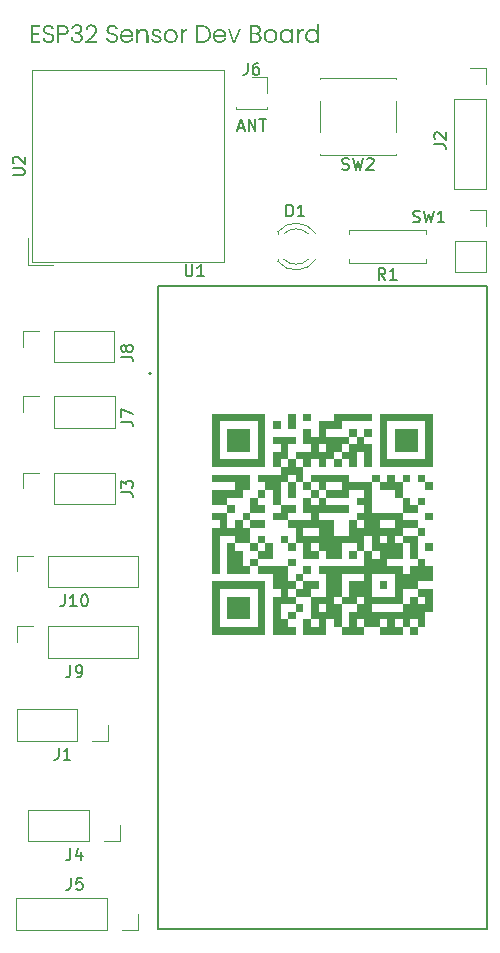
<source format=gbr>
%TF.GenerationSoftware,KiCad,Pcbnew,8.0.2*%
%TF.CreationDate,2024-05-16T13:39:08+01:00*%
%TF.ProjectId,test,74657374-2e6b-4696-9361-645f70636258,rev?*%
%TF.SameCoordinates,Original*%
%TF.FileFunction,Legend,Top*%
%TF.FilePolarity,Positive*%
%FSLAX46Y46*%
G04 Gerber Fmt 4.6, Leading zero omitted, Abs format (unit mm)*
G04 Created by KiCad (PCBNEW 8.0.2) date 2024-05-16 13:39:08*
%MOMM*%
%LPD*%
G01*
G04 APERTURE LIST*
%ADD10C,0.300000*%
%ADD11C,0.150000*%
%ADD12C,0.000000*%
%ADD13C,0.120000*%
%ADD14C,0.127000*%
%ADD15C,0.200000*%
G04 APERTURE END LIST*
D10*
G36*
X55470429Y-17896779D02*
G01*
X55470429Y-18412620D01*
X56024738Y-18412620D01*
X56024738Y-18565027D01*
X55470429Y-18565027D01*
X55470429Y-19092592D01*
X56083357Y-19092592D01*
X56083357Y-19245000D01*
X55297872Y-19245000D01*
X55297872Y-17744371D01*
X56083357Y-17744371D01*
X56083357Y-17896779D01*
X55470429Y-17896779D01*
G37*
G36*
X56825977Y-19256723D02*
G01*
X56744885Y-19252608D01*
X56669356Y-19240263D01*
X56591962Y-19216892D01*
X56562928Y-19204699D01*
X56496438Y-19167949D01*
X56434209Y-19118266D01*
X56383409Y-19058886D01*
X56346072Y-18990337D01*
X56324234Y-18913649D01*
X56317830Y-18836870D01*
X56494784Y-18836870D01*
X56510861Y-18910248D01*
X56547259Y-18980719D01*
X56587474Y-19027013D01*
X56652525Y-19071024D01*
X56727515Y-19095181D01*
X56807915Y-19104014D01*
X56827443Y-19104316D01*
X56904742Y-19098520D01*
X56979074Y-19078484D01*
X57046789Y-19039916D01*
X57057519Y-19031043D01*
X57108868Y-18970507D01*
X57136517Y-18899358D01*
X57141783Y-18846029D01*
X57131640Y-18769345D01*
X57095621Y-18701315D01*
X57039750Y-18650577D01*
X56979117Y-18618517D01*
X56906909Y-18593172D01*
X56835219Y-18571880D01*
X56782746Y-18557700D01*
X56711969Y-18537665D01*
X56641377Y-18515398D01*
X56568085Y-18488577D01*
X56544976Y-18478932D01*
X56477288Y-18440481D01*
X56421999Y-18392215D01*
X56392934Y-18358398D01*
X56354312Y-18288485D01*
X56334567Y-18210188D01*
X56329553Y-18136015D01*
X56336740Y-18058654D01*
X56358299Y-17987267D01*
X56390370Y-17927554D01*
X56438277Y-17869138D01*
X56497874Y-17820333D01*
X56562195Y-17784305D01*
X56634387Y-17757064D01*
X56712662Y-17739912D01*
X56788309Y-17733102D01*
X56814620Y-17732648D01*
X56890135Y-17736280D01*
X56971171Y-17749699D01*
X57044599Y-17773005D01*
X57110418Y-17806199D01*
X57152774Y-17835963D01*
X57210682Y-17892016D01*
X57255081Y-17957229D01*
X57285970Y-18031601D01*
X57301916Y-18104190D01*
X57303350Y-18115132D01*
X57120168Y-18115132D01*
X57096545Y-18042156D01*
X57051275Y-17978613D01*
X57023081Y-17952466D01*
X56960238Y-17914087D01*
X56883542Y-17891638D01*
X56810487Y-17885121D01*
X56801797Y-17885055D01*
X56725261Y-17891638D01*
X56650989Y-17914087D01*
X56587108Y-17952466D01*
X56535313Y-18009654D01*
X56507423Y-18080648D01*
X56502111Y-18135648D01*
X56512254Y-18210411D01*
X56548273Y-18277431D01*
X56604740Y-18327622D01*
X56666242Y-18360230D01*
X56738781Y-18386146D01*
X56809845Y-18407787D01*
X56861514Y-18422145D01*
X56938627Y-18444756D01*
X57014247Y-18469743D01*
X57085197Y-18497064D01*
X57096720Y-18502013D01*
X57161000Y-18537716D01*
X57217552Y-18585475D01*
X57250960Y-18624012D01*
X57289582Y-18693667D01*
X57309327Y-18771276D01*
X57314341Y-18844563D01*
X57306355Y-18922479D01*
X57282398Y-18997406D01*
X57257554Y-19045697D01*
X57212150Y-19106769D01*
X57154018Y-19159010D01*
X57090126Y-19198838D01*
X57016788Y-19229363D01*
X56943627Y-19247170D01*
X56863684Y-19255819D01*
X56825977Y-19256723D01*
G37*
G36*
X58082825Y-17747278D02*
G01*
X58165325Y-17758441D01*
X58239222Y-17777976D01*
X58314561Y-17811347D01*
X58378189Y-17856114D01*
X58386322Y-17863440D01*
X58436286Y-17919249D01*
X58473978Y-17982491D01*
X58499398Y-18053166D01*
X58512546Y-18131275D01*
X58514550Y-18179246D01*
X58508467Y-18260745D01*
X58490217Y-18335022D01*
X58459800Y-18402076D01*
X58417217Y-18461907D01*
X58387422Y-18492854D01*
X58325860Y-18539248D01*
X58252412Y-18574248D01*
X58179996Y-18595178D01*
X58098848Y-18607736D01*
X58024554Y-18611806D01*
X58008967Y-18611922D01*
X57725768Y-18611922D01*
X57725768Y-19245000D01*
X57553210Y-19245000D01*
X57553210Y-18459515D01*
X57725768Y-18459515D01*
X58009700Y-18459515D01*
X58087581Y-18455152D01*
X58170330Y-18437432D01*
X58236853Y-18406080D01*
X58295264Y-18350464D01*
X58330310Y-18275219D01*
X58341668Y-18197520D01*
X58341992Y-18180345D01*
X58335820Y-18106865D01*
X58311510Y-18031853D01*
X58263957Y-17968586D01*
X58198705Y-17927704D01*
X58128059Y-17906877D01*
X58052221Y-17897901D01*
X58009700Y-17896779D01*
X57725768Y-17896779D01*
X57725768Y-18459515D01*
X57553210Y-18459515D01*
X57553210Y-17744371D01*
X58007502Y-17744371D01*
X58082825Y-17747278D01*
G37*
G36*
X58709822Y-18110369D02*
G01*
X58720281Y-18035172D01*
X58743292Y-17956004D01*
X58777943Y-17886057D01*
X58824235Y-17825332D01*
X58864428Y-17787602D01*
X58928855Y-17743349D01*
X59000960Y-17709965D01*
X59080744Y-17687450D01*
X59155242Y-17676802D01*
X59221633Y-17674030D01*
X59299876Y-17678145D01*
X59379403Y-17692370D01*
X59451130Y-17716756D01*
X59471127Y-17726053D01*
X59537311Y-17766365D01*
X59595589Y-17820710D01*
X59629763Y-17868569D01*
X59662581Y-17939581D01*
X59680252Y-18016878D01*
X59683618Y-18071901D01*
X59677069Y-18146106D01*
X59654429Y-18221826D01*
X59615617Y-18290462D01*
X59600820Y-18309672D01*
X59543611Y-18364791D01*
X59475025Y-18404669D01*
X59403570Y-18427527D01*
X59377704Y-18432404D01*
X59377704Y-18423244D01*
X59455287Y-18445495D01*
X59524407Y-18479685D01*
X59585066Y-18525814D01*
X59615108Y-18556601D01*
X59659560Y-18620405D01*
X59689464Y-18694353D01*
X59703833Y-18768599D01*
X59707066Y-18829542D01*
X59701088Y-18908508D01*
X59683153Y-18980951D01*
X59648017Y-19055758D01*
X59597264Y-19122047D01*
X59582135Y-19137288D01*
X59522184Y-19183826D01*
X59451644Y-19218933D01*
X59370515Y-19242610D01*
X59292548Y-19253807D01*
X59221633Y-19256723D01*
X59140446Y-19252537D01*
X59064772Y-19239979D01*
X58983453Y-19214747D01*
X58909637Y-19178119D01*
X58852338Y-19137655D01*
X58794738Y-19080073D01*
X58748884Y-19011832D01*
X58718930Y-18944856D01*
X58697605Y-18870049D01*
X58684909Y-18787411D01*
X58850506Y-18787411D01*
X58867575Y-18865476D01*
X58896526Y-18933573D01*
X58942629Y-18997543D01*
X58965178Y-19019685D01*
X59030723Y-19064315D01*
X59099992Y-19090348D01*
X59178997Y-19102993D01*
X59217237Y-19104316D01*
X59298406Y-19097911D01*
X59374999Y-19075772D01*
X59442722Y-19033154D01*
X59453175Y-19023349D01*
X59499481Y-18962317D01*
X59526565Y-18890548D01*
X59534508Y-18815987D01*
X59523614Y-18726802D01*
X59490931Y-18652733D01*
X59436459Y-18593780D01*
X59360199Y-18549944D01*
X59283503Y-18525758D01*
X59192862Y-18511246D01*
X59115730Y-18506711D01*
X59088276Y-18506409D01*
X59030391Y-18506409D01*
X59030391Y-18354002D01*
X59090475Y-18354002D01*
X59165638Y-18351648D01*
X59254355Y-18341186D01*
X59329929Y-18322356D01*
X59405914Y-18287049D01*
X59461363Y-18238664D01*
X59500793Y-18163342D01*
X59511061Y-18086189D01*
X59501970Y-18011209D01*
X59471315Y-17941657D01*
X59434124Y-17897878D01*
X59367148Y-17854344D01*
X59289461Y-17832088D01*
X59214306Y-17826437D01*
X59139496Y-17832117D01*
X59065550Y-17851752D01*
X58995367Y-17889549D01*
X58983863Y-17898244D01*
X58930264Y-17955707D01*
X58896490Y-18021996D01*
X58878268Y-18093097D01*
X58875785Y-18110369D01*
X58709822Y-18110369D01*
G37*
G36*
X59918458Y-19118237D02*
G01*
X59990359Y-19063584D01*
X60059060Y-19010084D01*
X60124560Y-18957737D01*
X60186860Y-18906542D01*
X60245959Y-18856500D01*
X60301857Y-18807611D01*
X60371409Y-18744218D01*
X60435270Y-18682875D01*
X60493442Y-18623581D01*
X60520394Y-18594703D01*
X60569682Y-18537550D01*
X60622050Y-18466624D01*
X60664149Y-18396271D01*
X60695981Y-18326490D01*
X60720625Y-18243508D01*
X60730482Y-18161351D01*
X60730687Y-18147739D01*
X60725152Y-18072742D01*
X60706018Y-18000084D01*
X60669185Y-17933136D01*
X60660712Y-17922424D01*
X60602206Y-17874450D01*
X60530536Y-17848118D01*
X60450983Y-17838490D01*
X60431368Y-17838161D01*
X60357935Y-17844206D01*
X60285887Y-17865458D01*
X60218954Y-17907017D01*
X60190667Y-17934881D01*
X60146037Y-18002880D01*
X60120004Y-18076988D01*
X60108103Y-18153129D01*
X60106036Y-18205624D01*
X59933479Y-18205624D01*
X59936824Y-18129745D01*
X59949670Y-18046317D01*
X59972150Y-17971209D01*
X60004264Y-17904422D01*
X60053907Y-17837020D01*
X60070499Y-17819842D01*
X60134442Y-17767595D01*
X60206380Y-17728180D01*
X60286312Y-17701598D01*
X60361188Y-17689027D01*
X60428071Y-17685753D01*
X60504659Y-17689926D01*
X60586883Y-17705344D01*
X60661427Y-17732121D01*
X60728294Y-17770259D01*
X60771354Y-17804455D01*
X60822745Y-17860943D01*
X60861514Y-17926862D01*
X60887660Y-18002214D01*
X60901184Y-18086996D01*
X60903245Y-18139678D01*
X60898030Y-18220642D01*
X60882387Y-18300729D01*
X60856314Y-18379939D01*
X60819811Y-18458272D01*
X60772880Y-18535729D01*
X60727826Y-18597064D01*
X60689655Y-18642697D01*
X60635278Y-18702700D01*
X60578761Y-18761628D01*
X60520102Y-18819479D01*
X60459303Y-18876254D01*
X60396363Y-18931953D01*
X60331282Y-18986575D01*
X60264060Y-19040122D01*
X60194697Y-19092592D01*
X60950140Y-19092592D01*
X60950140Y-19245000D01*
X59918458Y-19245000D01*
X59918458Y-19118237D01*
G37*
G36*
X62212997Y-19256723D02*
G01*
X62131905Y-19252608D01*
X62056377Y-19240263D01*
X61978982Y-19216892D01*
X61949948Y-19204699D01*
X61883458Y-19167949D01*
X61821229Y-19118266D01*
X61770429Y-19058886D01*
X61733093Y-18990337D01*
X61711254Y-18913649D01*
X61704850Y-18836870D01*
X61881804Y-18836870D01*
X61897881Y-18910248D01*
X61934280Y-18980719D01*
X61974494Y-19027013D01*
X62039545Y-19071024D01*
X62114535Y-19095181D01*
X62194935Y-19104014D01*
X62214463Y-19104316D01*
X62291762Y-19098520D01*
X62366094Y-19078484D01*
X62433809Y-19039916D01*
X62444540Y-19031043D01*
X62495888Y-18970507D01*
X62523537Y-18899358D01*
X62528803Y-18846029D01*
X62518660Y-18769345D01*
X62482641Y-18701315D01*
X62426770Y-18650577D01*
X62366138Y-18618517D01*
X62293929Y-18593172D01*
X62222239Y-18571880D01*
X62169766Y-18557700D01*
X62098989Y-18537665D01*
X62028397Y-18515398D01*
X61955105Y-18488577D01*
X61931996Y-18478932D01*
X61864308Y-18440481D01*
X61809019Y-18392215D01*
X61779955Y-18358398D01*
X61741332Y-18288485D01*
X61721587Y-18210188D01*
X61716574Y-18136015D01*
X61723760Y-18058654D01*
X61745319Y-17987267D01*
X61777390Y-17927554D01*
X61825298Y-17869138D01*
X61884894Y-17820333D01*
X61949215Y-17784305D01*
X62021407Y-17757064D01*
X62099682Y-17739912D01*
X62175329Y-17733102D01*
X62201640Y-17732648D01*
X62277155Y-17736280D01*
X62358192Y-17749699D01*
X62431619Y-17773005D01*
X62497439Y-17806199D01*
X62539794Y-17835963D01*
X62597703Y-17892016D01*
X62642101Y-17957229D01*
X62672991Y-18031601D01*
X62688936Y-18104190D01*
X62690370Y-18115132D01*
X62507188Y-18115132D01*
X62483565Y-18042156D01*
X62438296Y-17978613D01*
X62410101Y-17952466D01*
X62347258Y-17914087D01*
X62270562Y-17891638D01*
X62197507Y-17885121D01*
X62188817Y-17885055D01*
X62112281Y-17891638D01*
X62038010Y-17914087D01*
X61974128Y-17952466D01*
X61922333Y-18009654D01*
X61894444Y-18080648D01*
X61889131Y-18135648D01*
X61899274Y-18210411D01*
X61935293Y-18277431D01*
X61991761Y-18327622D01*
X62053262Y-18360230D01*
X62125801Y-18386146D01*
X62196865Y-18407787D01*
X62248535Y-18422145D01*
X62325647Y-18444756D01*
X62401267Y-18469743D01*
X62472217Y-18497064D01*
X62483741Y-18502013D01*
X62548020Y-18537716D01*
X62604572Y-18585475D01*
X62637980Y-18624012D01*
X62676603Y-18693667D01*
X62696347Y-18771276D01*
X62701361Y-18844563D01*
X62693375Y-18922479D01*
X62669418Y-18997406D01*
X62644574Y-19045697D01*
X62599170Y-19106769D01*
X62541038Y-19159010D01*
X62477146Y-19198838D01*
X62403809Y-19229363D01*
X62330647Y-19247170D01*
X62250704Y-19255819D01*
X62212997Y-19256723D01*
G37*
G36*
X63523643Y-18065467D02*
G01*
X63599228Y-18079137D01*
X63669639Y-18101920D01*
X63734874Y-18133817D01*
X63800952Y-18178797D01*
X63857814Y-18231718D01*
X63905460Y-18292579D01*
X63927948Y-18329822D01*
X63960535Y-18401151D01*
X63982457Y-18476653D01*
X63993714Y-18556329D01*
X63995359Y-18602397D01*
X63993912Y-18676125D01*
X63990230Y-18729159D01*
X63042446Y-18729159D01*
X63048940Y-18803080D01*
X63070836Y-18877106D01*
X63097401Y-18928094D01*
X63143786Y-18987514D01*
X63199960Y-19034981D01*
X63242847Y-19059986D01*
X63312811Y-19086999D01*
X63387515Y-19101545D01*
X63439951Y-19104316D01*
X63515109Y-19099157D01*
X63590257Y-19081326D01*
X63662754Y-19047000D01*
X63674791Y-19039103D01*
X63732710Y-18987948D01*
X63775997Y-18924153D01*
X63802652Y-18855188D01*
X63981804Y-18855188D01*
X63956960Y-18932735D01*
X63923140Y-19002850D01*
X63880344Y-19065531D01*
X63828572Y-19120779D01*
X63794958Y-19149012D01*
X63730151Y-19190982D01*
X63658506Y-19222643D01*
X63580024Y-19243996D01*
X63507313Y-19254093D01*
X63442882Y-19256723D01*
X63362900Y-19252144D01*
X63287086Y-19238405D01*
X63215439Y-19215507D01*
X63147959Y-19183450D01*
X63086272Y-19142784D01*
X63025305Y-19087838D01*
X62978605Y-19030822D01*
X62943528Y-18974623D01*
X62911311Y-18904052D01*
X62888298Y-18827894D01*
X62874491Y-18746149D01*
X62869960Y-18670039D01*
X62869888Y-18658817D01*
X62873360Y-18582060D01*
X62874122Y-18576751D01*
X63042446Y-18576751D01*
X63822802Y-18576751D01*
X63815435Y-18498819D01*
X63793332Y-18427687D01*
X63770412Y-18384043D01*
X63721733Y-18322351D01*
X63660236Y-18274203D01*
X63627530Y-18256549D01*
X63557239Y-18230205D01*
X63482106Y-18216020D01*
X63429327Y-18213318D01*
X63351886Y-18219454D01*
X63280400Y-18237864D01*
X63207093Y-18273245D01*
X63155286Y-18311503D01*
X63100739Y-18372181D01*
X63064044Y-18443755D01*
X63046413Y-18516524D01*
X63042446Y-18576751D01*
X62874122Y-18576751D01*
X62883773Y-18509512D01*
X62904175Y-18431751D01*
X62933644Y-18359486D01*
X62942429Y-18342278D01*
X62982477Y-18278118D01*
X63029715Y-18221927D01*
X63091452Y-18168237D01*
X63145761Y-18133450D01*
X63213378Y-18101714D01*
X63285437Y-18079045D01*
X63361939Y-18065444D01*
X63442882Y-18060910D01*
X63523643Y-18065467D01*
G37*
G36*
X64798430Y-18060910D02*
G01*
X64874971Y-18065470D01*
X64957368Y-18082315D01*
X65032331Y-18111571D01*
X65099860Y-18153240D01*
X65143545Y-18190603D01*
X65195793Y-18252866D01*
X65235208Y-18326174D01*
X65258778Y-18397799D01*
X65272920Y-18477539D01*
X65277634Y-18565394D01*
X65277634Y-19245000D01*
X65105077Y-19245000D01*
X65105077Y-18582979D01*
X65100764Y-18508079D01*
X65085274Y-18432568D01*
X65054381Y-18360482D01*
X65014951Y-18307840D01*
X64952340Y-18257994D01*
X64884855Y-18228918D01*
X64806822Y-18214795D01*
X64768754Y-18213318D01*
X64692917Y-18219615D01*
X64617234Y-18241752D01*
X64551752Y-18279829D01*
X64513765Y-18314068D01*
X64467719Y-18378391D01*
X64439440Y-18448412D01*
X64423068Y-18530523D01*
X64418510Y-18612288D01*
X64418510Y-19245000D01*
X64245953Y-19245000D01*
X64245953Y-18072634D01*
X64418510Y-18072634D01*
X64418510Y-18241161D01*
X64466311Y-18181532D01*
X64527388Y-18136495D01*
X64558828Y-18118429D01*
X64627879Y-18088097D01*
X64702225Y-18068999D01*
X64781866Y-18061135D01*
X64798430Y-18060910D01*
G37*
G36*
X65972261Y-19256723D02*
G01*
X65887914Y-19252218D01*
X65810544Y-19238701D01*
X65740152Y-19216174D01*
X65668247Y-19179394D01*
X65643632Y-19162568D01*
X65586686Y-19110200D01*
X65543706Y-19047621D01*
X65514695Y-18974829D01*
X65500768Y-18902758D01*
X65499651Y-18891824D01*
X65674407Y-18891824D01*
X65693863Y-18966070D01*
X65739023Y-19029663D01*
X65761235Y-19048262D01*
X65832039Y-19084554D01*
X65905835Y-19100812D01*
X65967498Y-19104316D01*
X66045620Y-19096897D01*
X66118920Y-19069488D01*
X66144452Y-19051559D01*
X66192263Y-18992666D01*
X66208200Y-18921500D01*
X66186957Y-18849327D01*
X66173395Y-18833206D01*
X66112575Y-18790366D01*
X66082903Y-18777519D01*
X66012441Y-18753908D01*
X65936867Y-18732910D01*
X65930862Y-18731357D01*
X65855915Y-18710291D01*
X65783886Y-18687118D01*
X65722767Y-18663946D01*
X65656730Y-18627681D01*
X65599669Y-18578514D01*
X65585014Y-18562096D01*
X65546195Y-18493635D01*
X65530224Y-18420889D01*
X65528228Y-18379647D01*
X65538326Y-18306447D01*
X65568619Y-18238156D01*
X65580984Y-18219546D01*
X65630923Y-18164854D01*
X65695011Y-18120440D01*
X65729362Y-18103408D01*
X65804632Y-18077511D01*
X65879876Y-18064272D01*
X65945883Y-18060910D01*
X66025760Y-18065521D01*
X66098694Y-18079353D01*
X66173547Y-18106452D01*
X66239332Y-18145596D01*
X66254362Y-18157264D01*
X66305973Y-18210707D01*
X66342839Y-18274684D01*
X66364958Y-18349193D01*
X66372216Y-18423029D01*
X66372331Y-18434235D01*
X66199773Y-18434235D01*
X66188406Y-18356604D01*
X66150739Y-18290446D01*
X66130897Y-18271203D01*
X66066107Y-18233725D01*
X65990630Y-18216088D01*
X65939655Y-18213318D01*
X65864796Y-18220221D01*
X65792438Y-18245727D01*
X65766364Y-18262411D01*
X65717180Y-18316907D01*
X65700785Y-18382212D01*
X65717194Y-18454167D01*
X65738887Y-18484427D01*
X65798047Y-18529740D01*
X65836340Y-18547808D01*
X65906316Y-18572355D01*
X65978817Y-18594457D01*
X65997540Y-18599832D01*
X66070334Y-18620526D01*
X66144935Y-18644981D01*
X66196476Y-18665045D01*
X66262116Y-18701506D01*
X66318900Y-18751813D01*
X66325803Y-18759567D01*
X66363369Y-18822699D01*
X66379416Y-18895638D01*
X66380757Y-18927362D01*
X66372111Y-19001072D01*
X66343460Y-19072880D01*
X66328367Y-19096622D01*
X66279447Y-19151849D01*
X66217224Y-19196677D01*
X66184020Y-19213859D01*
X66110964Y-19239979D01*
X66037299Y-19253332D01*
X65972261Y-19256723D01*
G37*
G36*
X67241255Y-18065513D02*
G01*
X67317917Y-18079320D01*
X67390732Y-18102332D01*
X67459700Y-18134549D01*
X67523287Y-18175078D01*
X67579593Y-18223393D01*
X67628617Y-18279492D01*
X67670359Y-18343377D01*
X67703859Y-18413788D01*
X67727787Y-18489831D01*
X67742144Y-18571507D01*
X67746855Y-18647595D01*
X67746930Y-18658817D01*
X67743213Y-18734734D01*
X67729864Y-18816645D01*
X67706806Y-18893381D01*
X67674039Y-18964942D01*
X67669260Y-18973524D01*
X67626991Y-19037889D01*
X67577486Y-19094332D01*
X67520745Y-19142853D01*
X67456769Y-19183450D01*
X67387320Y-19215507D01*
X67314162Y-19238405D01*
X67237294Y-19252144D01*
X67156717Y-19256723D01*
X67076162Y-19252144D01*
X66999730Y-19238405D01*
X66927419Y-19215507D01*
X66859229Y-19183450D01*
X66796741Y-19142921D01*
X66741168Y-19094607D01*
X66692510Y-19038507D01*
X66650768Y-18974623D01*
X66617429Y-18904052D01*
X66593615Y-18827894D01*
X66579327Y-18746149D01*
X66574638Y-18670039D01*
X66574564Y-18658817D01*
X66747122Y-18658817D01*
X66751584Y-18737568D01*
X66767012Y-18816437D01*
X66793459Y-18886218D01*
X66803542Y-18905380D01*
X66846660Y-18968168D01*
X66903572Y-19023036D01*
X66953018Y-19054856D01*
X67025610Y-19084996D01*
X67103250Y-19101224D01*
X67157816Y-19104316D01*
X67232143Y-19098471D01*
X67308684Y-19078765D01*
X67362980Y-19054856D01*
X67428599Y-19010652D01*
X67479970Y-18957640D01*
X67515754Y-18905380D01*
X67546666Y-18838168D01*
X67566129Y-18762011D01*
X67573857Y-18685823D01*
X67574372Y-18658817D01*
X67569822Y-18580242D01*
X67554094Y-18501503D01*
X67527132Y-18431779D01*
X67516853Y-18412620D01*
X67472979Y-18349623D01*
X67415243Y-18294626D01*
X67365178Y-18262777D01*
X67292140Y-18232638D01*
X67214259Y-18216409D01*
X67159648Y-18213318D01*
X67085278Y-18219162D01*
X67008590Y-18238868D01*
X66954117Y-18262777D01*
X66888807Y-18306981D01*
X66834110Y-18365405D01*
X66803542Y-18412254D01*
X66773789Y-18479308D01*
X66755056Y-18555450D01*
X66747617Y-18631748D01*
X66747122Y-18658817D01*
X66574564Y-18658817D01*
X66578263Y-18581970D01*
X66589360Y-18509472D01*
X66611102Y-18431940D01*
X66642506Y-18360087D01*
X66651867Y-18343011D01*
X66694159Y-18279286D01*
X66743366Y-18223301D01*
X66799489Y-18175056D01*
X66862526Y-18134549D01*
X66931174Y-18102332D01*
X67003760Y-18079320D01*
X67080284Y-18065513D01*
X67160747Y-18060910D01*
X67241255Y-18065513D01*
G37*
G36*
X68165684Y-18249588D02*
G01*
X68211480Y-18186848D01*
X68270350Y-18139673D01*
X68294644Y-18123925D01*
X68364075Y-18090694D01*
X68436045Y-18071310D01*
X68516999Y-18061895D01*
X68555862Y-18060910D01*
X68555862Y-18248489D01*
X68504571Y-18248489D01*
X68431321Y-18253572D01*
X68358166Y-18271443D01*
X68288371Y-18306391D01*
X68258008Y-18329822D01*
X68209321Y-18391409D01*
X68180921Y-18465621D01*
X68167938Y-18546524D01*
X68165684Y-18604228D01*
X68165684Y-19245000D01*
X67993126Y-19245000D01*
X67993126Y-18072634D01*
X68165684Y-18072634D01*
X68165684Y-18249588D01*
G37*
G36*
X69845262Y-17746572D02*
G01*
X69930682Y-17755021D01*
X70011234Y-17769807D01*
X70086916Y-17790930D01*
X70157731Y-17818391D01*
X70191312Y-17834497D01*
X70264447Y-17877749D01*
X70329657Y-17928644D01*
X70386944Y-17987183D01*
X70436307Y-18053365D01*
X70460956Y-18094616D01*
X70497358Y-18172003D01*
X70521444Y-18243135D01*
X70538961Y-18318698D01*
X70549909Y-18398691D01*
X70554288Y-18483115D01*
X70554379Y-18497616D01*
X70551095Y-18582242D01*
X70541241Y-18662463D01*
X70524819Y-18738279D01*
X70501829Y-18809690D01*
X70466704Y-18887435D01*
X70460956Y-18898053D01*
X70416122Y-18968122D01*
X70363363Y-19030548D01*
X70302680Y-19085330D01*
X70234074Y-19132468D01*
X70191312Y-19155973D01*
X70122932Y-19186228D01*
X70049684Y-19210224D01*
X69971566Y-19227959D01*
X69888581Y-19239435D01*
X69800726Y-19244652D01*
X69770359Y-19245000D01*
X69326692Y-19245000D01*
X69326692Y-19092592D01*
X69499250Y-19092592D01*
X69772191Y-19092592D01*
X69862002Y-19088773D01*
X69944819Y-19077315D01*
X70020641Y-19058218D01*
X70089468Y-19031484D01*
X70162829Y-18989319D01*
X70226117Y-18936154D01*
X70279032Y-18872961D01*
X70320999Y-18800983D01*
X70352019Y-18720221D01*
X70369505Y-18646210D01*
X70379389Y-18566098D01*
X70381821Y-18497616D01*
X70378020Y-18412052D01*
X70366616Y-18332588D01*
X70347609Y-18259224D01*
X70314765Y-18179239D01*
X70270973Y-18108038D01*
X70226117Y-18055415D01*
X70162829Y-18001503D01*
X70089468Y-17958746D01*
X70020641Y-17931635D01*
X69944819Y-17912271D01*
X69862002Y-17900652D01*
X69772191Y-17896779D01*
X69499250Y-17896779D01*
X69499250Y-19092592D01*
X69326692Y-19092592D01*
X69326692Y-17744371D01*
X69770359Y-17744371D01*
X69845262Y-17746572D01*
G37*
G36*
X71391682Y-18065467D02*
G01*
X71467267Y-18079137D01*
X71537678Y-18101920D01*
X71602914Y-18133817D01*
X71668991Y-18178797D01*
X71725853Y-18231718D01*
X71773499Y-18292579D01*
X71795988Y-18329822D01*
X71828574Y-18401151D01*
X71850496Y-18476653D01*
X71861753Y-18556329D01*
X71863399Y-18602397D01*
X71861951Y-18676125D01*
X71858269Y-18729159D01*
X70910485Y-18729159D01*
X70916979Y-18803080D01*
X70938875Y-18877106D01*
X70965440Y-18928094D01*
X71011825Y-18987514D01*
X71067999Y-19034981D01*
X71110886Y-19059986D01*
X71180850Y-19086999D01*
X71255554Y-19101545D01*
X71307990Y-19104316D01*
X71383148Y-19099157D01*
X71458296Y-19081326D01*
X71530793Y-19047000D01*
X71542830Y-19039103D01*
X71600749Y-18987948D01*
X71644037Y-18924153D01*
X71670691Y-18855188D01*
X71849843Y-18855188D01*
X71824999Y-18932735D01*
X71791179Y-19002850D01*
X71748383Y-19065531D01*
X71696611Y-19120779D01*
X71662997Y-19149012D01*
X71598190Y-19190982D01*
X71526545Y-19222643D01*
X71448063Y-19243996D01*
X71375352Y-19254093D01*
X71310921Y-19256723D01*
X71230939Y-19252144D01*
X71155125Y-19238405D01*
X71083478Y-19215507D01*
X71015998Y-19183450D01*
X70954311Y-19142784D01*
X70893344Y-19087838D01*
X70846644Y-19030822D01*
X70811567Y-18974623D01*
X70779350Y-18904052D01*
X70756337Y-18827894D01*
X70742530Y-18746149D01*
X70737999Y-18670039D01*
X70737928Y-18658817D01*
X70741399Y-18582060D01*
X70742161Y-18576751D01*
X70910485Y-18576751D01*
X71690841Y-18576751D01*
X71683474Y-18498819D01*
X71661372Y-18427687D01*
X71638451Y-18384043D01*
X71589772Y-18322351D01*
X71528275Y-18274203D01*
X71495569Y-18256549D01*
X71425278Y-18230205D01*
X71350145Y-18216020D01*
X71297366Y-18213318D01*
X71219926Y-18219454D01*
X71148439Y-18237864D01*
X71075132Y-18273245D01*
X71023325Y-18311503D01*
X70968779Y-18372181D01*
X70932083Y-18443755D01*
X70914452Y-18516524D01*
X70910485Y-18576751D01*
X70742161Y-18576751D01*
X70751812Y-18509512D01*
X70772214Y-18431751D01*
X70801683Y-18359486D01*
X70810468Y-18342278D01*
X70850516Y-18278118D01*
X70897754Y-18221927D01*
X70959491Y-18168237D01*
X71013800Y-18133450D01*
X71081417Y-18101714D01*
X71153476Y-18079045D01*
X71229978Y-18065444D01*
X71310921Y-18060910D01*
X71391682Y-18065467D01*
G37*
G36*
X72537142Y-19062550D02*
G01*
X72915230Y-18072634D01*
X73095848Y-18072634D01*
X72626902Y-19245000D01*
X72444819Y-19245000D01*
X71975872Y-18072634D01*
X72158688Y-18072634D01*
X72537142Y-19062550D01*
G37*
G36*
X74420812Y-17748107D02*
G01*
X74494472Y-17759312D01*
X74570935Y-17781827D01*
X74637195Y-17814510D01*
X74685869Y-17850617D01*
X74738282Y-17907518D01*
X74775720Y-17972342D01*
X74798182Y-18045088D01*
X74805670Y-18125757D01*
X74799671Y-18200718D01*
X74778934Y-18274220D01*
X74739016Y-18343171D01*
X74729833Y-18354368D01*
X74678257Y-18406853D01*
X74614244Y-18450610D01*
X74582921Y-18462812D01*
X74655700Y-18493877D01*
X74715146Y-18542981D01*
X74754013Y-18585544D01*
X74797579Y-18648707D01*
X74826888Y-18717435D01*
X74841938Y-18791727D01*
X74844138Y-18835404D01*
X74837298Y-18912565D01*
X74816778Y-18984357D01*
X74786253Y-19044965D01*
X74740518Y-19104474D01*
X74682401Y-19154546D01*
X74618824Y-19191877D01*
X74546016Y-19219891D01*
X74473454Y-19236232D01*
X74394226Y-19244169D01*
X74356874Y-19245000D01*
X73835904Y-19245000D01*
X73835904Y-19092592D01*
X74008461Y-19092592D01*
X74346249Y-19092592D01*
X74427886Y-19086854D01*
X74505609Y-19067019D01*
X74575320Y-19028836D01*
X74586218Y-19020052D01*
X74634818Y-18963565D01*
X74663244Y-18894350D01*
X74671581Y-18820383D01*
X74662851Y-18745937D01*
X74633082Y-18675616D01*
X74582188Y-18617418D01*
X74520128Y-18577425D01*
X74445689Y-18552245D01*
X74368109Y-18542247D01*
X74340021Y-18541580D01*
X74008461Y-18541580D01*
X74008461Y-19092592D01*
X73835904Y-19092592D01*
X73835904Y-18389173D01*
X74008461Y-18389173D01*
X74336357Y-18389173D01*
X74411837Y-18383956D01*
X74483264Y-18365924D01*
X74551691Y-18327284D01*
X74556542Y-18323227D01*
X74603202Y-18266658D01*
X74628327Y-18195870D01*
X74633112Y-18140778D01*
X74622345Y-18062227D01*
X74586378Y-17992711D01*
X74556542Y-17961992D01*
X74488811Y-17922253D01*
X74416626Y-17903147D01*
X74339423Y-17896843D01*
X74330129Y-17896779D01*
X74008461Y-17896779D01*
X74008461Y-18389173D01*
X73835904Y-18389173D01*
X73835904Y-17744371D01*
X74339655Y-17744371D01*
X74420812Y-17748107D01*
G37*
G36*
X75685219Y-18065513D02*
G01*
X75761881Y-18079320D01*
X75834696Y-18102332D01*
X75903664Y-18134549D01*
X75967251Y-18175078D01*
X76023556Y-18223393D01*
X76072581Y-18279492D01*
X76114323Y-18343377D01*
X76147823Y-18413788D01*
X76171751Y-18489831D01*
X76186108Y-18571507D01*
X76190819Y-18647595D01*
X76190893Y-18658817D01*
X76187177Y-18734734D01*
X76173827Y-18816645D01*
X76150769Y-18893381D01*
X76118003Y-18964942D01*
X76113224Y-18973524D01*
X76070955Y-19037889D01*
X76021450Y-19094332D01*
X75964709Y-19142853D01*
X75900733Y-19183450D01*
X75831284Y-19215507D01*
X75758126Y-19238405D01*
X75681258Y-19252144D01*
X75600680Y-19256723D01*
X75520126Y-19252144D01*
X75443693Y-19238405D01*
X75371382Y-19215507D01*
X75303193Y-19183450D01*
X75240705Y-19142921D01*
X75185132Y-19094607D01*
X75136474Y-19038507D01*
X75094731Y-18974623D01*
X75061392Y-18904052D01*
X75037579Y-18827894D01*
X75023290Y-18746149D01*
X75018602Y-18670039D01*
X75018528Y-18658817D01*
X75191085Y-18658817D01*
X75195548Y-18737568D01*
X75210976Y-18816437D01*
X75237422Y-18886218D01*
X75247505Y-18905380D01*
X75290623Y-18968168D01*
X75347536Y-19023036D01*
X75396982Y-19054856D01*
X75469574Y-19084996D01*
X75547214Y-19101224D01*
X75601780Y-19104316D01*
X75676106Y-19098471D01*
X75752648Y-19078765D01*
X75806944Y-19054856D01*
X75872563Y-19010652D01*
X75923934Y-18957640D01*
X75959717Y-18905380D01*
X75990629Y-18838168D01*
X76010093Y-18762011D01*
X76017821Y-18685823D01*
X76018336Y-18658817D01*
X76013786Y-18580242D01*
X75998058Y-18501503D01*
X75971096Y-18431779D01*
X75960817Y-18412620D01*
X75916943Y-18349623D01*
X75859206Y-18294626D01*
X75809142Y-18262777D01*
X75736104Y-18232638D01*
X75658223Y-18216409D01*
X75603611Y-18213318D01*
X75529241Y-18219162D01*
X75452554Y-18238868D01*
X75398081Y-18262777D01*
X75332771Y-18306981D01*
X75278074Y-18365405D01*
X75247505Y-18412254D01*
X75217753Y-18479308D01*
X75199019Y-18555450D01*
X75191581Y-18631748D01*
X75191085Y-18658817D01*
X75018528Y-18658817D01*
X75022227Y-18581970D01*
X75033324Y-18509472D01*
X75055065Y-18431940D01*
X75086470Y-18360087D01*
X75095831Y-18343011D01*
X75138123Y-18279286D01*
X75187330Y-18223301D01*
X75243452Y-18175056D01*
X75306490Y-18134549D01*
X75375137Y-18102332D01*
X75447723Y-18079320D01*
X75524248Y-18065513D01*
X75604710Y-18060910D01*
X75685219Y-18065513D01*
G37*
G36*
X77005962Y-18065742D02*
G01*
X77080792Y-18080236D01*
X77158188Y-18108092D01*
X77213416Y-18138213D01*
X77274705Y-18181145D01*
X77330252Y-18232123D01*
X77366556Y-18285858D01*
X77366556Y-18072634D01*
X77539114Y-18072634D01*
X77539114Y-19245000D01*
X77366556Y-19245000D01*
X77366556Y-19027745D01*
X77320304Y-19092340D01*
X77260448Y-19144667D01*
X77211584Y-19178688D01*
X77139749Y-19216410D01*
X77069814Y-19239577D01*
X76994154Y-19252989D01*
X76923256Y-19256723D01*
X76846044Y-19252075D01*
X76772680Y-19238130D01*
X76703162Y-19214889D01*
X76637491Y-19182351D01*
X76570181Y-19135442D01*
X76511680Y-19078796D01*
X76467075Y-19020269D01*
X76438189Y-18971325D01*
X76406934Y-18900571D01*
X76384608Y-18824596D01*
X76371213Y-18743401D01*
X76366818Y-18668072D01*
X76366748Y-18656985D01*
X76539306Y-18656985D01*
X76543566Y-18730951D01*
X76558292Y-18806815D01*
X76583537Y-18876023D01*
X76593161Y-18895488D01*
X76635071Y-18959795D01*
X76686245Y-19012673D01*
X76740806Y-19050826D01*
X76808187Y-19081280D01*
X76881368Y-19099092D01*
X76952931Y-19104316D01*
X77029178Y-19097909D01*
X77100750Y-19078687D01*
X77161759Y-19050094D01*
X77222276Y-19007066D01*
X77273355Y-18953043D01*
X77311602Y-18894389D01*
X77342889Y-18820932D01*
X77360063Y-18747315D01*
X77366503Y-18667188D01*
X77366556Y-18658817D01*
X77361190Y-18578038D01*
X77345090Y-18503770D01*
X77314983Y-18429597D01*
X77311602Y-18423244D01*
X77269102Y-18359268D01*
X77217164Y-18306374D01*
X77161759Y-18267906D01*
X77094437Y-18236827D01*
X77022440Y-18218649D01*
X76952931Y-18213318D01*
X76874310Y-18219508D01*
X76801664Y-18238080D01*
X76740806Y-18265708D01*
X76676252Y-18311749D01*
X76626762Y-18365812D01*
X76593161Y-18418482D01*
X76562499Y-18491789D01*
X76545670Y-18566321D01*
X76539516Y-18639824D01*
X76539306Y-18656985D01*
X76366748Y-18656985D01*
X76370167Y-18580995D01*
X76382446Y-18499216D01*
X76403655Y-18422840D01*
X76433794Y-18351869D01*
X76438189Y-18343377D01*
X76477573Y-18279630D01*
X76530201Y-18217110D01*
X76591639Y-18164328D01*
X76637491Y-18134549D01*
X76711815Y-18098952D01*
X76782260Y-18077091D01*
X76856827Y-18064434D01*
X76925454Y-18060910D01*
X77005962Y-18065742D01*
G37*
G36*
X78026745Y-18249588D02*
G01*
X78072540Y-18186848D01*
X78131410Y-18139673D01*
X78155705Y-18123925D01*
X78225135Y-18090694D01*
X78297105Y-18071310D01*
X78378059Y-18061895D01*
X78416923Y-18060910D01*
X78416923Y-18248489D01*
X78365632Y-18248489D01*
X78292382Y-18253572D01*
X78219227Y-18271443D01*
X78149431Y-18306391D01*
X78119068Y-18329822D01*
X78070382Y-18391409D01*
X78041982Y-18465621D01*
X78028999Y-18546524D01*
X78026745Y-18604228D01*
X78026745Y-19245000D01*
X77854187Y-19245000D01*
X77854187Y-18072634D01*
X78026745Y-18072634D01*
X78026745Y-18249588D01*
G37*
G36*
X79715318Y-19245000D02*
G01*
X79542760Y-19245000D01*
X79542760Y-19028845D01*
X79497800Y-19092688D01*
X79438074Y-19144720D01*
X79388887Y-19178688D01*
X79316695Y-19216410D01*
X79246879Y-19239577D01*
X79171752Y-19252989D01*
X79101657Y-19256723D01*
X79023484Y-19252075D01*
X78949433Y-19238130D01*
X78879503Y-19214889D01*
X78813695Y-19182351D01*
X78746384Y-19135442D01*
X78687883Y-19078796D01*
X78643279Y-19020269D01*
X78614393Y-18971325D01*
X78583138Y-18900571D01*
X78560812Y-18824596D01*
X78547417Y-18743401D01*
X78543022Y-18668072D01*
X78542952Y-18656985D01*
X78715510Y-18656985D01*
X78719770Y-18730951D01*
X78734496Y-18806815D01*
X78759740Y-18876023D01*
X78769365Y-18895488D01*
X78811275Y-18959795D01*
X78862449Y-19012673D01*
X78917010Y-19050826D01*
X78984390Y-19081280D01*
X79057572Y-19099092D01*
X79129135Y-19104316D01*
X79205382Y-19097909D01*
X79276954Y-19078687D01*
X79337962Y-19050094D01*
X79398479Y-19007066D01*
X79449559Y-18953043D01*
X79487805Y-18894389D01*
X79519093Y-18820932D01*
X79536266Y-18747315D01*
X79542706Y-18667188D01*
X79542760Y-18658817D01*
X79537393Y-18578038D01*
X79521293Y-18503770D01*
X79491186Y-18429597D01*
X79487805Y-18423244D01*
X79445305Y-18359268D01*
X79393368Y-18306374D01*
X79337962Y-18267906D01*
X79270641Y-18236827D01*
X79198644Y-18218649D01*
X79129135Y-18213318D01*
X79050514Y-18219508D01*
X78977868Y-18238080D01*
X78917010Y-18265708D01*
X78852455Y-18311749D01*
X78802966Y-18365812D01*
X78769365Y-18418482D01*
X78738703Y-18491789D01*
X78721873Y-18566321D01*
X78715720Y-18639824D01*
X78715510Y-18656985D01*
X78542952Y-18656985D01*
X78546423Y-18580995D01*
X78558891Y-18499216D01*
X78580426Y-18422840D01*
X78611029Y-18351869D01*
X78615492Y-18343377D01*
X78655357Y-18279630D01*
X78708361Y-18217110D01*
X78770002Y-18164328D01*
X78815893Y-18134549D01*
X78890217Y-18098952D01*
X78960662Y-18077091D01*
X79035229Y-18064434D01*
X79103856Y-18060910D01*
X79179121Y-18065627D01*
X79259360Y-18082210D01*
X79334904Y-18110733D01*
X79382659Y-18136381D01*
X79445684Y-18178541D01*
X79503588Y-18229833D01*
X79542760Y-18285491D01*
X79542760Y-17650582D01*
X79715318Y-17650582D01*
X79715318Y-19245000D01*
G37*
D11*
X58666666Y-87454819D02*
X58666666Y-88169104D01*
X58666666Y-88169104D02*
X58619047Y-88311961D01*
X58619047Y-88311961D02*
X58523809Y-88407200D01*
X58523809Y-88407200D02*
X58380952Y-88454819D01*
X58380952Y-88454819D02*
X58285714Y-88454819D01*
X59571428Y-87788152D02*
X59571428Y-88454819D01*
X59333333Y-87407200D02*
X59095238Y-88121485D01*
X59095238Y-88121485D02*
X59714285Y-88121485D01*
X58190476Y-65954819D02*
X58190476Y-66669104D01*
X58190476Y-66669104D02*
X58142857Y-66811961D01*
X58142857Y-66811961D02*
X58047619Y-66907200D01*
X58047619Y-66907200D02*
X57904762Y-66954819D01*
X57904762Y-66954819D02*
X57809524Y-66954819D01*
X59190476Y-66954819D02*
X58619048Y-66954819D01*
X58904762Y-66954819D02*
X58904762Y-65954819D01*
X58904762Y-65954819D02*
X58809524Y-66097676D01*
X58809524Y-66097676D02*
X58714286Y-66192914D01*
X58714286Y-66192914D02*
X58619048Y-66240533D01*
X59809524Y-65954819D02*
X59904762Y-65954819D01*
X59904762Y-65954819D02*
X60000000Y-66002438D01*
X60000000Y-66002438D02*
X60047619Y-66050057D01*
X60047619Y-66050057D02*
X60095238Y-66145295D01*
X60095238Y-66145295D02*
X60142857Y-66335771D01*
X60142857Y-66335771D02*
X60142857Y-66573866D01*
X60142857Y-66573866D02*
X60095238Y-66764342D01*
X60095238Y-66764342D02*
X60047619Y-66859580D01*
X60047619Y-66859580D02*
X60000000Y-66907200D01*
X60000000Y-66907200D02*
X59904762Y-66954819D01*
X59904762Y-66954819D02*
X59809524Y-66954819D01*
X59809524Y-66954819D02*
X59714286Y-66907200D01*
X59714286Y-66907200D02*
X59666667Y-66859580D01*
X59666667Y-66859580D02*
X59619048Y-66764342D01*
X59619048Y-66764342D02*
X59571429Y-66573866D01*
X59571429Y-66573866D02*
X59571429Y-66335771D01*
X59571429Y-66335771D02*
X59619048Y-66145295D01*
X59619048Y-66145295D02*
X59666667Y-66050057D01*
X59666667Y-66050057D02*
X59714286Y-66002438D01*
X59714286Y-66002438D02*
X59809524Y-65954819D01*
X87666667Y-34407200D02*
X87809524Y-34454819D01*
X87809524Y-34454819D02*
X88047619Y-34454819D01*
X88047619Y-34454819D02*
X88142857Y-34407200D01*
X88142857Y-34407200D02*
X88190476Y-34359580D01*
X88190476Y-34359580D02*
X88238095Y-34264342D01*
X88238095Y-34264342D02*
X88238095Y-34169104D01*
X88238095Y-34169104D02*
X88190476Y-34073866D01*
X88190476Y-34073866D02*
X88142857Y-34026247D01*
X88142857Y-34026247D02*
X88047619Y-33978628D01*
X88047619Y-33978628D02*
X87857143Y-33931009D01*
X87857143Y-33931009D02*
X87761905Y-33883390D01*
X87761905Y-33883390D02*
X87714286Y-33835771D01*
X87714286Y-33835771D02*
X87666667Y-33740533D01*
X87666667Y-33740533D02*
X87666667Y-33645295D01*
X87666667Y-33645295D02*
X87714286Y-33550057D01*
X87714286Y-33550057D02*
X87761905Y-33502438D01*
X87761905Y-33502438D02*
X87857143Y-33454819D01*
X87857143Y-33454819D02*
X88095238Y-33454819D01*
X88095238Y-33454819D02*
X88238095Y-33502438D01*
X88571429Y-33454819D02*
X88809524Y-34454819D01*
X88809524Y-34454819D02*
X89000000Y-33740533D01*
X89000000Y-33740533D02*
X89190476Y-34454819D01*
X89190476Y-34454819D02*
X89428572Y-33454819D01*
X90333333Y-34454819D02*
X89761905Y-34454819D01*
X90047619Y-34454819D02*
X90047619Y-33454819D01*
X90047619Y-33454819D02*
X89952381Y-33597676D01*
X89952381Y-33597676D02*
X89857143Y-33692914D01*
X89857143Y-33692914D02*
X89761905Y-33740533D01*
X62954819Y-57308333D02*
X63669104Y-57308333D01*
X63669104Y-57308333D02*
X63811961Y-57355952D01*
X63811961Y-57355952D02*
X63907200Y-57451190D01*
X63907200Y-57451190D02*
X63954819Y-57594047D01*
X63954819Y-57594047D02*
X63954819Y-57689285D01*
X62954819Y-56927380D02*
X62954819Y-56308333D01*
X62954819Y-56308333D02*
X63335771Y-56641666D01*
X63335771Y-56641666D02*
X63335771Y-56498809D01*
X63335771Y-56498809D02*
X63383390Y-56403571D01*
X63383390Y-56403571D02*
X63431009Y-56355952D01*
X63431009Y-56355952D02*
X63526247Y-56308333D01*
X63526247Y-56308333D02*
X63764342Y-56308333D01*
X63764342Y-56308333D02*
X63859580Y-56355952D01*
X63859580Y-56355952D02*
X63907200Y-56403571D01*
X63907200Y-56403571D02*
X63954819Y-56498809D01*
X63954819Y-56498809D02*
X63954819Y-56784523D01*
X63954819Y-56784523D02*
X63907200Y-56879761D01*
X63907200Y-56879761D02*
X63859580Y-56927380D01*
X53784819Y-30461904D02*
X54594342Y-30461904D01*
X54594342Y-30461904D02*
X54689580Y-30414285D01*
X54689580Y-30414285D02*
X54737200Y-30366666D01*
X54737200Y-30366666D02*
X54784819Y-30271428D01*
X54784819Y-30271428D02*
X54784819Y-30080952D01*
X54784819Y-30080952D02*
X54737200Y-29985714D01*
X54737200Y-29985714D02*
X54689580Y-29938095D01*
X54689580Y-29938095D02*
X54594342Y-29890476D01*
X54594342Y-29890476D02*
X53784819Y-29890476D01*
X53880057Y-29461904D02*
X53832438Y-29414285D01*
X53832438Y-29414285D02*
X53784819Y-29319047D01*
X53784819Y-29319047D02*
X53784819Y-29080952D01*
X53784819Y-29080952D02*
X53832438Y-28985714D01*
X53832438Y-28985714D02*
X53880057Y-28938095D01*
X53880057Y-28938095D02*
X53975295Y-28890476D01*
X53975295Y-28890476D02*
X54070533Y-28890476D01*
X54070533Y-28890476D02*
X54213390Y-28938095D01*
X54213390Y-28938095D02*
X54784819Y-29509523D01*
X54784819Y-29509523D02*
X54784819Y-28890476D01*
X58706666Y-89954819D02*
X58706666Y-90669104D01*
X58706666Y-90669104D02*
X58659047Y-90811961D01*
X58659047Y-90811961D02*
X58563809Y-90907200D01*
X58563809Y-90907200D02*
X58420952Y-90954819D01*
X58420952Y-90954819D02*
X58325714Y-90954819D01*
X59659047Y-89954819D02*
X59182857Y-89954819D01*
X59182857Y-89954819D02*
X59135238Y-90431009D01*
X59135238Y-90431009D02*
X59182857Y-90383390D01*
X59182857Y-90383390D02*
X59278095Y-90335771D01*
X59278095Y-90335771D02*
X59516190Y-90335771D01*
X59516190Y-90335771D02*
X59611428Y-90383390D01*
X59611428Y-90383390D02*
X59659047Y-90431009D01*
X59659047Y-90431009D02*
X59706666Y-90526247D01*
X59706666Y-90526247D02*
X59706666Y-90764342D01*
X59706666Y-90764342D02*
X59659047Y-90859580D01*
X59659047Y-90859580D02*
X59611428Y-90907200D01*
X59611428Y-90907200D02*
X59516190Y-90954819D01*
X59516190Y-90954819D02*
X59278095Y-90954819D01*
X59278095Y-90954819D02*
X59182857Y-90907200D01*
X59182857Y-90907200D02*
X59135238Y-90859580D01*
X57666666Y-78954819D02*
X57666666Y-79669104D01*
X57666666Y-79669104D02*
X57619047Y-79811961D01*
X57619047Y-79811961D02*
X57523809Y-79907200D01*
X57523809Y-79907200D02*
X57380952Y-79954819D01*
X57380952Y-79954819D02*
X57285714Y-79954819D01*
X58666666Y-79954819D02*
X58095238Y-79954819D01*
X58380952Y-79954819D02*
X58380952Y-78954819D01*
X58380952Y-78954819D02*
X58285714Y-79097676D01*
X58285714Y-79097676D02*
X58190476Y-79192914D01*
X58190476Y-79192914D02*
X58095238Y-79240533D01*
X62954819Y-45833333D02*
X63669104Y-45833333D01*
X63669104Y-45833333D02*
X63811961Y-45880952D01*
X63811961Y-45880952D02*
X63907200Y-45976190D01*
X63907200Y-45976190D02*
X63954819Y-46119047D01*
X63954819Y-46119047D02*
X63954819Y-46214285D01*
X63383390Y-45214285D02*
X63335771Y-45309523D01*
X63335771Y-45309523D02*
X63288152Y-45357142D01*
X63288152Y-45357142D02*
X63192914Y-45404761D01*
X63192914Y-45404761D02*
X63145295Y-45404761D01*
X63145295Y-45404761D02*
X63050057Y-45357142D01*
X63050057Y-45357142D02*
X63002438Y-45309523D01*
X63002438Y-45309523D02*
X62954819Y-45214285D01*
X62954819Y-45214285D02*
X62954819Y-45023809D01*
X62954819Y-45023809D02*
X63002438Y-44928571D01*
X63002438Y-44928571D02*
X63050057Y-44880952D01*
X63050057Y-44880952D02*
X63145295Y-44833333D01*
X63145295Y-44833333D02*
X63192914Y-44833333D01*
X63192914Y-44833333D02*
X63288152Y-44880952D01*
X63288152Y-44880952D02*
X63335771Y-44928571D01*
X63335771Y-44928571D02*
X63383390Y-45023809D01*
X63383390Y-45023809D02*
X63383390Y-45214285D01*
X63383390Y-45214285D02*
X63431009Y-45309523D01*
X63431009Y-45309523D02*
X63478628Y-45357142D01*
X63478628Y-45357142D02*
X63573866Y-45404761D01*
X63573866Y-45404761D02*
X63764342Y-45404761D01*
X63764342Y-45404761D02*
X63859580Y-45357142D01*
X63859580Y-45357142D02*
X63907200Y-45309523D01*
X63907200Y-45309523D02*
X63954819Y-45214285D01*
X63954819Y-45214285D02*
X63954819Y-45023809D01*
X63954819Y-45023809D02*
X63907200Y-44928571D01*
X63907200Y-44928571D02*
X63859580Y-44880952D01*
X63859580Y-44880952D02*
X63764342Y-44833333D01*
X63764342Y-44833333D02*
X63573866Y-44833333D01*
X63573866Y-44833333D02*
X63478628Y-44880952D01*
X63478628Y-44880952D02*
X63431009Y-44928571D01*
X63431009Y-44928571D02*
X63383390Y-45023809D01*
X76951905Y-33954819D02*
X76951905Y-32954819D01*
X76951905Y-32954819D02*
X77190000Y-32954819D01*
X77190000Y-32954819D02*
X77332857Y-33002438D01*
X77332857Y-33002438D02*
X77428095Y-33097676D01*
X77428095Y-33097676D02*
X77475714Y-33192914D01*
X77475714Y-33192914D02*
X77523333Y-33383390D01*
X77523333Y-33383390D02*
X77523333Y-33526247D01*
X77523333Y-33526247D02*
X77475714Y-33716723D01*
X77475714Y-33716723D02*
X77428095Y-33811961D01*
X77428095Y-33811961D02*
X77332857Y-33907200D01*
X77332857Y-33907200D02*
X77190000Y-33954819D01*
X77190000Y-33954819D02*
X76951905Y-33954819D01*
X78475714Y-33954819D02*
X77904286Y-33954819D01*
X78190000Y-33954819D02*
X78190000Y-32954819D01*
X78190000Y-32954819D02*
X78094762Y-33097676D01*
X78094762Y-33097676D02*
X77999524Y-33192914D01*
X77999524Y-33192914D02*
X77904286Y-33240533D01*
X81666667Y-29957200D02*
X81809524Y-30004819D01*
X81809524Y-30004819D02*
X82047619Y-30004819D01*
X82047619Y-30004819D02*
X82142857Y-29957200D01*
X82142857Y-29957200D02*
X82190476Y-29909580D01*
X82190476Y-29909580D02*
X82238095Y-29814342D01*
X82238095Y-29814342D02*
X82238095Y-29719104D01*
X82238095Y-29719104D02*
X82190476Y-29623866D01*
X82190476Y-29623866D02*
X82142857Y-29576247D01*
X82142857Y-29576247D02*
X82047619Y-29528628D01*
X82047619Y-29528628D02*
X81857143Y-29481009D01*
X81857143Y-29481009D02*
X81761905Y-29433390D01*
X81761905Y-29433390D02*
X81714286Y-29385771D01*
X81714286Y-29385771D02*
X81666667Y-29290533D01*
X81666667Y-29290533D02*
X81666667Y-29195295D01*
X81666667Y-29195295D02*
X81714286Y-29100057D01*
X81714286Y-29100057D02*
X81761905Y-29052438D01*
X81761905Y-29052438D02*
X81857143Y-29004819D01*
X81857143Y-29004819D02*
X82095238Y-29004819D01*
X82095238Y-29004819D02*
X82238095Y-29052438D01*
X82571429Y-29004819D02*
X82809524Y-30004819D01*
X82809524Y-30004819D02*
X83000000Y-29290533D01*
X83000000Y-29290533D02*
X83190476Y-30004819D01*
X83190476Y-30004819D02*
X83428572Y-29004819D01*
X83761905Y-29100057D02*
X83809524Y-29052438D01*
X83809524Y-29052438D02*
X83904762Y-29004819D01*
X83904762Y-29004819D02*
X84142857Y-29004819D01*
X84142857Y-29004819D02*
X84238095Y-29052438D01*
X84238095Y-29052438D02*
X84285714Y-29100057D01*
X84285714Y-29100057D02*
X84333333Y-29195295D01*
X84333333Y-29195295D02*
X84333333Y-29290533D01*
X84333333Y-29290533D02*
X84285714Y-29433390D01*
X84285714Y-29433390D02*
X83714286Y-30004819D01*
X83714286Y-30004819D02*
X84333333Y-30004819D01*
X73666666Y-20954819D02*
X73666666Y-21669104D01*
X73666666Y-21669104D02*
X73619047Y-21811961D01*
X73619047Y-21811961D02*
X73523809Y-21907200D01*
X73523809Y-21907200D02*
X73380952Y-21954819D01*
X73380952Y-21954819D02*
X73285714Y-21954819D01*
X74571428Y-20954819D02*
X74380952Y-20954819D01*
X74380952Y-20954819D02*
X74285714Y-21002438D01*
X74285714Y-21002438D02*
X74238095Y-21050057D01*
X74238095Y-21050057D02*
X74142857Y-21192914D01*
X74142857Y-21192914D02*
X74095238Y-21383390D01*
X74095238Y-21383390D02*
X74095238Y-21764342D01*
X74095238Y-21764342D02*
X74142857Y-21859580D01*
X74142857Y-21859580D02*
X74190476Y-21907200D01*
X74190476Y-21907200D02*
X74285714Y-21954819D01*
X74285714Y-21954819D02*
X74476190Y-21954819D01*
X74476190Y-21954819D02*
X74571428Y-21907200D01*
X74571428Y-21907200D02*
X74619047Y-21859580D01*
X74619047Y-21859580D02*
X74666666Y-21764342D01*
X74666666Y-21764342D02*
X74666666Y-21526247D01*
X74666666Y-21526247D02*
X74619047Y-21431009D01*
X74619047Y-21431009D02*
X74571428Y-21383390D01*
X74571428Y-21383390D02*
X74476190Y-21335771D01*
X74476190Y-21335771D02*
X74285714Y-21335771D01*
X74285714Y-21335771D02*
X74190476Y-21383390D01*
X74190476Y-21383390D02*
X74142857Y-21431009D01*
X74142857Y-21431009D02*
X74095238Y-21526247D01*
X72857143Y-26439104D02*
X73333333Y-26439104D01*
X72761905Y-26724819D02*
X73095238Y-25724819D01*
X73095238Y-25724819D02*
X73428571Y-26724819D01*
X73761905Y-26724819D02*
X73761905Y-25724819D01*
X73761905Y-25724819D02*
X74333333Y-26724819D01*
X74333333Y-26724819D02*
X74333333Y-25724819D01*
X74666667Y-25724819D02*
X75238095Y-25724819D01*
X74952381Y-26724819D02*
X74952381Y-25724819D01*
X58666666Y-71954819D02*
X58666666Y-72669104D01*
X58666666Y-72669104D02*
X58619047Y-72811961D01*
X58619047Y-72811961D02*
X58523809Y-72907200D01*
X58523809Y-72907200D02*
X58380952Y-72954819D01*
X58380952Y-72954819D02*
X58285714Y-72954819D01*
X59190476Y-72954819D02*
X59380952Y-72954819D01*
X59380952Y-72954819D02*
X59476190Y-72907200D01*
X59476190Y-72907200D02*
X59523809Y-72859580D01*
X59523809Y-72859580D02*
X59619047Y-72716723D01*
X59619047Y-72716723D02*
X59666666Y-72526247D01*
X59666666Y-72526247D02*
X59666666Y-72145295D01*
X59666666Y-72145295D02*
X59619047Y-72050057D01*
X59619047Y-72050057D02*
X59571428Y-72002438D01*
X59571428Y-72002438D02*
X59476190Y-71954819D01*
X59476190Y-71954819D02*
X59285714Y-71954819D01*
X59285714Y-71954819D02*
X59190476Y-72002438D01*
X59190476Y-72002438D02*
X59142857Y-72050057D01*
X59142857Y-72050057D02*
X59095238Y-72145295D01*
X59095238Y-72145295D02*
X59095238Y-72383390D01*
X59095238Y-72383390D02*
X59142857Y-72478628D01*
X59142857Y-72478628D02*
X59190476Y-72526247D01*
X59190476Y-72526247D02*
X59285714Y-72573866D01*
X59285714Y-72573866D02*
X59476190Y-72573866D01*
X59476190Y-72573866D02*
X59571428Y-72526247D01*
X59571428Y-72526247D02*
X59619047Y-72478628D01*
X59619047Y-72478628D02*
X59666666Y-72383390D01*
X68408626Y-38008567D02*
X68408626Y-38818403D01*
X68408626Y-38818403D02*
X68456263Y-38913678D01*
X68456263Y-38913678D02*
X68503901Y-38961316D01*
X68503901Y-38961316D02*
X68599175Y-39008953D01*
X68599175Y-39008953D02*
X68789725Y-39008953D01*
X68789725Y-39008953D02*
X68885000Y-38961316D01*
X68885000Y-38961316D02*
X68932637Y-38913678D01*
X68932637Y-38913678D02*
X68980275Y-38818403D01*
X68980275Y-38818403D02*
X68980275Y-38008567D01*
X69980660Y-39008953D02*
X69409011Y-39008953D01*
X69694836Y-39008953D02*
X69694836Y-38008567D01*
X69694836Y-38008567D02*
X69599561Y-38151479D01*
X69599561Y-38151479D02*
X69504286Y-38246754D01*
X69504286Y-38246754D02*
X69409011Y-38294392D01*
X62954819Y-51333333D02*
X63669104Y-51333333D01*
X63669104Y-51333333D02*
X63811961Y-51380952D01*
X63811961Y-51380952D02*
X63907200Y-51476190D01*
X63907200Y-51476190D02*
X63954819Y-51619047D01*
X63954819Y-51619047D02*
X63954819Y-51714285D01*
X62954819Y-50952380D02*
X62954819Y-50285714D01*
X62954819Y-50285714D02*
X63954819Y-50714285D01*
X85333333Y-39324819D02*
X85000000Y-38848628D01*
X84761905Y-39324819D02*
X84761905Y-38324819D01*
X84761905Y-38324819D02*
X85142857Y-38324819D01*
X85142857Y-38324819D02*
X85238095Y-38372438D01*
X85238095Y-38372438D02*
X85285714Y-38420057D01*
X85285714Y-38420057D02*
X85333333Y-38515295D01*
X85333333Y-38515295D02*
X85333333Y-38658152D01*
X85333333Y-38658152D02*
X85285714Y-38753390D01*
X85285714Y-38753390D02*
X85238095Y-38801009D01*
X85238095Y-38801009D02*
X85142857Y-38848628D01*
X85142857Y-38848628D02*
X84761905Y-38848628D01*
X86285714Y-39324819D02*
X85714286Y-39324819D01*
X86000000Y-39324819D02*
X86000000Y-38324819D01*
X86000000Y-38324819D02*
X85904762Y-38467676D01*
X85904762Y-38467676D02*
X85809524Y-38562914D01*
X85809524Y-38562914D02*
X85714286Y-38610533D01*
X89454819Y-27833333D02*
X90169104Y-27833333D01*
X90169104Y-27833333D02*
X90311961Y-27880952D01*
X90311961Y-27880952D02*
X90407200Y-27976190D01*
X90407200Y-27976190D02*
X90454819Y-28119047D01*
X90454819Y-28119047D02*
X90454819Y-28214285D01*
X89550057Y-27404761D02*
X89502438Y-27357142D01*
X89502438Y-27357142D02*
X89454819Y-27261904D01*
X89454819Y-27261904D02*
X89454819Y-27023809D01*
X89454819Y-27023809D02*
X89502438Y-26928571D01*
X89502438Y-26928571D02*
X89550057Y-26880952D01*
X89550057Y-26880952D02*
X89645295Y-26833333D01*
X89645295Y-26833333D02*
X89740533Y-26833333D01*
X89740533Y-26833333D02*
X89883390Y-26880952D01*
X89883390Y-26880952D02*
X90454819Y-27452380D01*
X90454819Y-27452380D02*
X90454819Y-26833333D01*
D12*
%TO.C,G\u002A\u002A\u002A*%
G36*
X75170285Y-67107699D02*
G01*
X75170285Y-69366128D01*
X72911856Y-69366128D01*
X70653426Y-69366128D01*
X70653426Y-68720863D01*
X71298692Y-68720863D01*
X72911856Y-68720863D01*
X74525020Y-68720863D01*
X74525020Y-67107699D01*
X74525020Y-65494535D01*
X72911856Y-65494535D01*
X71298692Y-65494535D01*
X71298692Y-67107699D01*
X71298692Y-68720863D01*
X70653426Y-68720863D01*
X70653426Y-67107699D01*
X70653426Y-64849269D01*
X72911856Y-64849269D01*
X75170285Y-64849269D01*
X75170285Y-67107699D01*
G37*
G36*
X77106082Y-64204003D02*
G01*
X77106082Y-64849269D01*
X77428715Y-64849269D01*
X77751348Y-64849269D01*
X77751348Y-65171902D01*
X77751348Y-65494535D01*
X77428715Y-65494535D01*
X77106082Y-65494535D01*
X77106082Y-65817167D01*
X77106082Y-66139800D01*
X77428715Y-66139800D01*
X77751348Y-66139800D01*
X77751348Y-65817167D01*
X77751348Y-65494535D01*
X78073980Y-65494535D01*
X78396613Y-65494535D01*
X78396613Y-65171902D01*
X78396613Y-64849269D01*
X79041879Y-64849269D01*
X79687144Y-64849269D01*
X79687144Y-65171902D01*
X79687144Y-65494535D01*
X79364512Y-65494535D01*
X79041879Y-65494535D01*
X79041879Y-65817167D01*
X79041879Y-66139800D01*
X78396613Y-66139800D01*
X77751348Y-66139800D01*
X77751348Y-66462433D01*
X77751348Y-66785066D01*
X77106082Y-66785066D01*
X76460816Y-66785066D01*
X76460816Y-67430331D01*
X76460816Y-68075597D01*
X76783449Y-68075597D01*
X77106082Y-68075597D01*
X77106082Y-67752964D01*
X77106082Y-67430331D01*
X77428715Y-67430331D01*
X77751348Y-67430331D01*
X77751348Y-67107699D01*
X77751348Y-66785066D01*
X78073980Y-66785066D01*
X78396613Y-66785066D01*
X78396613Y-67107699D01*
X78396613Y-67430331D01*
X78073980Y-67430331D01*
X77751348Y-67430331D01*
X77751348Y-67752964D01*
X77751348Y-68075597D01*
X77428715Y-68075597D01*
X77106082Y-68075597D01*
X77106082Y-68398230D01*
X77106082Y-68720863D01*
X77428715Y-68720863D01*
X77751348Y-68720863D01*
X77751348Y-69043495D01*
X77751348Y-69366128D01*
X76783449Y-69366128D01*
X75815551Y-69366128D01*
X75815551Y-67752964D01*
X75815551Y-66139800D01*
X76138184Y-66139800D01*
X76460816Y-66139800D01*
X76460816Y-65817167D01*
X76460816Y-65494535D01*
X76138184Y-65494535D01*
X75815551Y-65494535D01*
X75815551Y-64849269D01*
X75815551Y-64204003D01*
X75170285Y-64204003D01*
X74525020Y-64204003D01*
X74525020Y-63881371D01*
X74525020Y-63558738D01*
X75815551Y-63558738D01*
X77106082Y-63558738D01*
X77106082Y-64204003D01*
G37*
G36*
X84204003Y-50976059D02*
G01*
X84204003Y-51298692D01*
X82913472Y-51298692D01*
X81622941Y-51298692D01*
X81622941Y-51621324D01*
X81622941Y-51943957D01*
X80977676Y-51943957D01*
X80332410Y-51943957D01*
X80332410Y-52266590D01*
X80332410Y-52589223D01*
X81300308Y-52589223D01*
X82268207Y-52589223D01*
X82268207Y-52266590D01*
X82268207Y-51943957D01*
X82590839Y-51943957D01*
X82913472Y-51943957D01*
X82913472Y-52266590D01*
X82913472Y-52589223D01*
X83236105Y-52589223D01*
X83558738Y-52589223D01*
X83558738Y-52266590D01*
X83558738Y-51943957D01*
X83881371Y-51943957D01*
X84204003Y-51943957D01*
X84204003Y-52266590D01*
X84204003Y-52589223D01*
X83881371Y-52589223D01*
X83558738Y-52589223D01*
X83558738Y-52911856D01*
X83558738Y-53234488D01*
X83881371Y-53234488D01*
X84204003Y-53234488D01*
X84204003Y-54202387D01*
X84204003Y-55170285D01*
X83881371Y-55170285D01*
X83558738Y-55170285D01*
X83558738Y-54525020D01*
X83558738Y-53879754D01*
X83236105Y-53879754D01*
X82913472Y-53879754D01*
X82913472Y-54525020D01*
X82913472Y-55170285D01*
X82590839Y-55170285D01*
X82268207Y-55170285D01*
X82268207Y-54847652D01*
X82268207Y-54525020D01*
X81945574Y-54525020D01*
X81622941Y-54525020D01*
X81622941Y-54847652D01*
X81622941Y-55170285D01*
X81300308Y-55170285D01*
X80977676Y-55170285D01*
X80977676Y-54847652D01*
X80977676Y-54525020D01*
X80655043Y-54525020D01*
X80332410Y-54525020D01*
X80332410Y-54847652D01*
X80332410Y-55170285D01*
X80009777Y-55170285D01*
X79687144Y-55170285D01*
X79687144Y-54847652D01*
X79687144Y-54525020D01*
X79364512Y-54525020D01*
X79041879Y-54525020D01*
X79041879Y-54847652D01*
X79041879Y-55170285D01*
X78719246Y-55170285D01*
X78396613Y-55170285D01*
X78396613Y-55815551D01*
X78396613Y-56460816D01*
X78719246Y-56460816D01*
X79041879Y-56460816D01*
X79041879Y-56138184D01*
X79041879Y-55815551D01*
X80655043Y-55815551D01*
X82268207Y-55815551D01*
X82268207Y-56138184D01*
X82268207Y-56460816D01*
X83236105Y-56460816D01*
X84204003Y-56460816D01*
X84204003Y-56138184D01*
X84204003Y-55815551D01*
X84526636Y-55815551D01*
X84849269Y-55815551D01*
X84849269Y-56138184D01*
X84849269Y-56460816D01*
X85171902Y-56460816D01*
X85494535Y-56460816D01*
X85494535Y-56138184D01*
X85494535Y-55815551D01*
X85817167Y-55815551D01*
X86139800Y-55815551D01*
X86139800Y-56138184D01*
X86139800Y-56460816D01*
X86462433Y-56460816D01*
X86785066Y-56460816D01*
X86785066Y-56138184D01*
X86785066Y-55815551D01*
X87107699Y-55815551D01*
X87430331Y-55815551D01*
X87430331Y-56138184D01*
X87430331Y-56460816D01*
X87107699Y-56460816D01*
X86785066Y-56460816D01*
X86785066Y-57106082D01*
X86785066Y-57751348D01*
X86462433Y-57751348D01*
X86139800Y-57751348D01*
X86139800Y-57428715D01*
X86139800Y-57106082D01*
X85494535Y-57106082D01*
X84849269Y-57106082D01*
X84849269Y-56783449D01*
X84849269Y-56460816D01*
X84526636Y-56460816D01*
X84204003Y-56460816D01*
X84204003Y-57751348D01*
X84204003Y-59041879D01*
X85494535Y-59041879D01*
X86785066Y-59041879D01*
X86785066Y-58396613D01*
X86785066Y-57751348D01*
X87107699Y-57751348D01*
X87430331Y-57751348D01*
X87430331Y-58073980D01*
X87430331Y-58396613D01*
X87752964Y-58396613D01*
X88075597Y-58396613D01*
X88075597Y-58073980D01*
X88075597Y-57751348D01*
X88398230Y-57751348D01*
X88720863Y-57751348D01*
X88720863Y-58073980D01*
X88720863Y-58396613D01*
X88398230Y-58396613D01*
X88075597Y-58396613D01*
X88075597Y-58719246D01*
X88075597Y-59041879D01*
X87430331Y-59041879D01*
X86785066Y-59041879D01*
X86785066Y-59364512D01*
X86785066Y-59687144D01*
X87430331Y-59687144D01*
X88075597Y-59687144D01*
X88075597Y-60009777D01*
X88075597Y-60332410D01*
X87430331Y-60332410D01*
X86785066Y-60332410D01*
X86785066Y-60655043D01*
X86785066Y-60977676D01*
X86462433Y-60977676D01*
X86139800Y-60977676D01*
X86139800Y-61300308D01*
X86139800Y-61622941D01*
X86462433Y-61622941D01*
X86785066Y-61622941D01*
X86785066Y-61300308D01*
X86785066Y-60977676D01*
X87430331Y-60977676D01*
X88075597Y-60977676D01*
X88075597Y-60655043D01*
X88075597Y-60332410D01*
X88398230Y-60332410D01*
X88720863Y-60332410D01*
X88720863Y-60655043D01*
X88720863Y-60977676D01*
X88398230Y-60977676D01*
X88075597Y-60977676D01*
X88075597Y-61945574D01*
X88075597Y-62913472D01*
X87752964Y-62913472D01*
X87430331Y-62913472D01*
X87430331Y-62268207D01*
X87430331Y-61622941D01*
X87107699Y-61622941D01*
X86785066Y-61622941D01*
X86785066Y-62268207D01*
X86785066Y-62913472D01*
X86139800Y-62913472D01*
X85494535Y-62913472D01*
X85494535Y-63236105D01*
X85494535Y-63558738D01*
X86139800Y-63558738D01*
X86785066Y-63558738D01*
X86785066Y-63881371D01*
X86785066Y-64204003D01*
X87107699Y-64204003D01*
X87430331Y-64204003D01*
X87430331Y-63881371D01*
X87430331Y-63558738D01*
X87752964Y-63558738D01*
X88075597Y-63558738D01*
X88075597Y-63236105D01*
X88075597Y-62913472D01*
X88398230Y-62913472D01*
X88720863Y-62913472D01*
X88720863Y-63236105D01*
X88720863Y-63558738D01*
X89043495Y-63558738D01*
X89366128Y-63558738D01*
X89366128Y-64204003D01*
X89366128Y-64849269D01*
X88720863Y-64849269D01*
X88075597Y-64849269D01*
X88075597Y-65171902D01*
X88075597Y-65494535D01*
X87430331Y-65494535D01*
X86785066Y-65494535D01*
X86785066Y-66139800D01*
X86785066Y-66785066D01*
X85494535Y-66785066D01*
X84204003Y-66785066D01*
X84204003Y-67107699D01*
X84204003Y-67430331D01*
X85494535Y-67430331D01*
X86785066Y-67430331D01*
X86785066Y-67107699D01*
X86785066Y-66785066D01*
X87107699Y-66785066D01*
X87430331Y-66785066D01*
X88075597Y-66785066D01*
X88398230Y-66785066D01*
X88720863Y-66785066D01*
X88720863Y-66462433D01*
X88720863Y-66139800D01*
X88398230Y-66139800D01*
X88075597Y-66139800D01*
X88075597Y-66462433D01*
X88075597Y-66785066D01*
X87430331Y-66785066D01*
X87430331Y-66462433D01*
X87430331Y-66139800D01*
X87752964Y-66139800D01*
X88075597Y-66139800D01*
X88075597Y-65817167D01*
X88075597Y-65494535D01*
X88720863Y-65494535D01*
X89366128Y-65494535D01*
X89366128Y-66462433D01*
X89366128Y-67430331D01*
X89043495Y-67430331D01*
X88720863Y-67430331D01*
X88720863Y-68075597D01*
X88720863Y-68720863D01*
X88398230Y-68720863D01*
X88075597Y-68720863D01*
X88075597Y-69043495D01*
X88075597Y-69366128D01*
X87752964Y-69366128D01*
X87430331Y-69366128D01*
X87430331Y-69043495D01*
X87430331Y-68720863D01*
X87752964Y-68720863D01*
X88075597Y-68720863D01*
X88075597Y-68398230D01*
X88075597Y-68075597D01*
X87752964Y-68075597D01*
X87430331Y-68075597D01*
X87430331Y-68398230D01*
X87430331Y-68720863D01*
X87107699Y-68720863D01*
X86785066Y-68720863D01*
X86785066Y-69043495D01*
X86785066Y-69366128D01*
X85817167Y-69366128D01*
X84849269Y-69366128D01*
X84849269Y-69043495D01*
X84849269Y-68720863D01*
X85171902Y-68720863D01*
X85494535Y-68720863D01*
X86139800Y-68720863D01*
X86462433Y-68720863D01*
X86785066Y-68720863D01*
X86785066Y-68398230D01*
X86785066Y-68075597D01*
X86462433Y-68075597D01*
X86139800Y-68075597D01*
X86139800Y-68398230D01*
X86139800Y-68720863D01*
X85494535Y-68720863D01*
X85494535Y-68398230D01*
X85494535Y-68075597D01*
X85171902Y-68075597D01*
X84849269Y-68075597D01*
X84849269Y-68398230D01*
X84849269Y-68720863D01*
X84204003Y-68720863D01*
X83558738Y-68720863D01*
X83558738Y-69043495D01*
X83558738Y-69366128D01*
X82590839Y-69366128D01*
X81622941Y-69366128D01*
X81622941Y-69043495D01*
X81622941Y-68720863D01*
X81300308Y-68720863D01*
X80977676Y-68720863D01*
X80977676Y-68398230D01*
X80977676Y-68075597D01*
X80655043Y-68075597D01*
X80332410Y-68075597D01*
X80332410Y-68720863D01*
X80332410Y-69366128D01*
X79364512Y-69366128D01*
X78396613Y-69366128D01*
X78396613Y-68720863D01*
X79041879Y-68720863D01*
X79364512Y-68720863D01*
X79687144Y-68720863D01*
X79687144Y-68398230D01*
X79687144Y-68075597D01*
X79364512Y-68075597D01*
X79041879Y-68075597D01*
X79041879Y-68398230D01*
X79041879Y-68720863D01*
X78396613Y-68720863D01*
X78396613Y-68398230D01*
X78396613Y-68075597D01*
X78719246Y-68075597D01*
X79041879Y-68075597D01*
X79041879Y-67430331D01*
X79687144Y-67430331D01*
X80009777Y-67430331D01*
X80332410Y-67430331D01*
X80332410Y-67107699D01*
X80332410Y-66785066D01*
X80009777Y-66785066D01*
X79687144Y-66785066D01*
X79687144Y-67107699D01*
X79687144Y-67430331D01*
X79041879Y-67430331D01*
X79041879Y-67107699D01*
X79041879Y-66462433D01*
X80977676Y-66462433D01*
X80977676Y-66785066D01*
X81300308Y-66785066D01*
X81622941Y-66785066D01*
X81622941Y-67752964D01*
X81622941Y-68720863D01*
X81945574Y-68720863D01*
X82268207Y-68720863D01*
X82913472Y-68720863D01*
X83236105Y-68720863D01*
X83558738Y-68720863D01*
X83558738Y-68398230D01*
X83558738Y-68075597D01*
X83236105Y-68075597D01*
X82913472Y-68075597D01*
X82913472Y-68398230D01*
X82913472Y-68720863D01*
X82268207Y-68720863D01*
X82268207Y-68398230D01*
X82268207Y-68075597D01*
X82268207Y-67430331D01*
X82590839Y-67430331D01*
X82913472Y-67430331D01*
X82913472Y-67107699D01*
X82913472Y-66785066D01*
X83236105Y-66785066D01*
X83558738Y-66785066D01*
X83558738Y-66462433D01*
X83558738Y-66139800D01*
X84204003Y-66139800D01*
X85171902Y-66139800D01*
X86139800Y-66139800D01*
X86139800Y-65171902D01*
X86139800Y-64204003D01*
X85171902Y-64204003D01*
X84204003Y-64204003D01*
X84204003Y-65171902D01*
X84204003Y-66139800D01*
X83558738Y-66139800D01*
X83236105Y-66139800D01*
X82913472Y-66139800D01*
X82913472Y-66462433D01*
X82913472Y-66785066D01*
X82268207Y-66785066D01*
X81622941Y-66785066D01*
X81622941Y-66462433D01*
X81622941Y-66139800D01*
X81945574Y-66139800D01*
X82268207Y-66139800D01*
X82268207Y-65494535D01*
X82268207Y-65171902D01*
X82268207Y-64849269D01*
X82913472Y-64849269D01*
X83558738Y-64849269D01*
X83558738Y-64526636D01*
X83558738Y-64204003D01*
X82590839Y-64204003D01*
X81622941Y-64204003D01*
X81622941Y-65171902D01*
X81622941Y-66139800D01*
X81300308Y-66139800D01*
X80977676Y-66139800D01*
X80977676Y-66462433D01*
X79041879Y-66462433D01*
X79041879Y-66139800D01*
X79687144Y-66139800D01*
X80332410Y-66139800D01*
X80332410Y-65171902D01*
X80332410Y-64204003D01*
X80009777Y-64204003D01*
X79687144Y-64204003D01*
X79687144Y-63881371D01*
X79687144Y-63558738D01*
X81622941Y-63558738D01*
X83558738Y-63558738D01*
X83558738Y-62913472D01*
X84204003Y-62913472D01*
X84526636Y-62913472D01*
X84849269Y-62913472D01*
X84849269Y-62590839D01*
X84849269Y-62268207D01*
X84526636Y-62268207D01*
X84204003Y-62268207D01*
X84204003Y-62590839D01*
X84204003Y-62913472D01*
X83558738Y-62913472D01*
X83558738Y-62590839D01*
X83558738Y-62268207D01*
X83881371Y-62268207D01*
X84204003Y-62268207D01*
X84204003Y-61622941D01*
X84849269Y-61622941D01*
X85171902Y-61622941D01*
X85494535Y-61622941D01*
X85494535Y-61300308D01*
X85494535Y-60977676D01*
X85171902Y-60977676D01*
X84849269Y-60977676D01*
X84849269Y-61300308D01*
X84849269Y-61622941D01*
X84204003Y-61622941D01*
X84204003Y-61300308D01*
X84204003Y-60977676D01*
X83881371Y-60977676D01*
X83558738Y-60977676D01*
X83558738Y-61622941D01*
X83558738Y-62268207D01*
X83236105Y-62268207D01*
X82913472Y-62268207D01*
X82913472Y-61945574D01*
X82913472Y-61622941D01*
X82268207Y-61622941D01*
X81622941Y-61622941D01*
X81622941Y-62268207D01*
X81622941Y-62913472D01*
X80977676Y-62913472D01*
X80332410Y-62913472D01*
X80332410Y-62590839D01*
X80332410Y-62268207D01*
X80009777Y-62268207D01*
X79687144Y-62268207D01*
X79687144Y-62590839D01*
X79687144Y-62913472D01*
X79041879Y-62913472D01*
X78396613Y-62913472D01*
X78396613Y-62268207D01*
X79041879Y-62268207D01*
X79364512Y-62268207D01*
X79687144Y-62268207D01*
X79687144Y-61945574D01*
X79687144Y-61622941D01*
X79364512Y-61622941D01*
X79041879Y-61622941D01*
X79041879Y-61945574D01*
X79041879Y-62268207D01*
X78396613Y-62268207D01*
X78396613Y-61945574D01*
X78396613Y-61622941D01*
X78073980Y-61622941D01*
X77751348Y-61622941D01*
X77751348Y-60977676D01*
X78396613Y-60977676D01*
X79041879Y-60977676D01*
X79687144Y-60977676D01*
X79687144Y-60655043D01*
X79687144Y-60332410D01*
X79041879Y-60332410D01*
X78396613Y-60332410D01*
X78396613Y-60655043D01*
X78396613Y-60977676D01*
X77751348Y-60977676D01*
X77751348Y-60655043D01*
X77751348Y-60332410D01*
X77428715Y-60332410D01*
X77106082Y-60332410D01*
X77106082Y-60009777D01*
X77106082Y-59687144D01*
X78073980Y-59687144D01*
X79041879Y-59687144D01*
X79041879Y-59364512D01*
X79041879Y-59041879D01*
X78719246Y-59041879D01*
X78396613Y-59041879D01*
X78396613Y-58396613D01*
X78396613Y-57751348D01*
X78719246Y-57751348D01*
X79041879Y-57751348D01*
X79041879Y-58073980D01*
X79041879Y-58396613D01*
X79364512Y-58396613D01*
X79687144Y-58396613D01*
X79687144Y-58073980D01*
X79687144Y-57751348D01*
X80009777Y-57751348D01*
X80332410Y-57751348D01*
X80332410Y-58073980D01*
X80332410Y-58396613D01*
X81300308Y-58396613D01*
X82268207Y-58396613D01*
X82268207Y-58719246D01*
X82268207Y-59041879D01*
X80977676Y-59041879D01*
X79687144Y-59041879D01*
X79687144Y-59364512D01*
X79687144Y-59687144D01*
X80332410Y-59687144D01*
X80977676Y-59687144D01*
X80977676Y-60332410D01*
X80977676Y-60977676D01*
X81622941Y-60977676D01*
X82268207Y-60977676D01*
X82268207Y-60332410D01*
X82913472Y-60332410D01*
X83236105Y-60332410D01*
X83558738Y-60332410D01*
X84849269Y-60332410D01*
X85494535Y-60332410D01*
X86139800Y-60332410D01*
X86139800Y-60009777D01*
X86139800Y-59687144D01*
X85494535Y-59687144D01*
X84849269Y-59687144D01*
X84849269Y-60009777D01*
X84849269Y-60332410D01*
X83558738Y-60332410D01*
X83558738Y-60009777D01*
X83558738Y-59687144D01*
X83236105Y-59687144D01*
X82913472Y-59687144D01*
X82913472Y-60009777D01*
X82913472Y-60332410D01*
X82268207Y-60332410D01*
X82268207Y-60009777D01*
X82268207Y-59687144D01*
X82590839Y-59687144D01*
X82913472Y-59687144D01*
X82913472Y-59364512D01*
X82913472Y-59041879D01*
X83236105Y-59041879D01*
X83558738Y-59041879D01*
X83558738Y-58719246D01*
X83558738Y-58396613D01*
X83236105Y-58396613D01*
X82913472Y-58396613D01*
X82913472Y-58073980D01*
X82913472Y-57751348D01*
X83236105Y-57751348D01*
X83558738Y-57751348D01*
X83558738Y-57428715D01*
X83558738Y-57106082D01*
X82913472Y-57106082D01*
X82268207Y-57106082D01*
X82268207Y-57428715D01*
X82268207Y-57751348D01*
X81300308Y-57751348D01*
X80332410Y-57751348D01*
X80332410Y-57428715D01*
X80332410Y-57106082D01*
X80977676Y-57106082D01*
X81622941Y-57106082D01*
X81622941Y-56783449D01*
X81622941Y-56460816D01*
X80977676Y-56460816D01*
X80332410Y-56460816D01*
X80332410Y-56783449D01*
X80332410Y-57106082D01*
X80009777Y-57106082D01*
X79687144Y-57106082D01*
X79687144Y-56783449D01*
X79687144Y-56460816D01*
X79364512Y-56460816D01*
X79041879Y-56460816D01*
X79041879Y-56783449D01*
X79041879Y-57106082D01*
X78719246Y-57106082D01*
X78396613Y-57106082D01*
X78396613Y-56783449D01*
X78396613Y-56460816D01*
X78073980Y-56460816D01*
X77751348Y-56460816D01*
X77751348Y-56138184D01*
X77751348Y-55815551D01*
X77428715Y-55815551D01*
X77106082Y-55815551D01*
X77106082Y-56138184D01*
X77106082Y-56460816D01*
X76783449Y-56460816D01*
X76460816Y-56460816D01*
X76460816Y-57428715D01*
X76460816Y-58396613D01*
X76138184Y-58396613D01*
X75815551Y-58396613D01*
X75815551Y-57751348D01*
X75815551Y-57106082D01*
X75492918Y-57106082D01*
X75170285Y-57106082D01*
X75170285Y-57428715D01*
X75170285Y-57751348D01*
X74847652Y-57751348D01*
X74525020Y-57751348D01*
X74525020Y-58073980D01*
X74525020Y-58396613D01*
X74847652Y-58396613D01*
X75170285Y-58396613D01*
X75170285Y-58719246D01*
X75170285Y-59041879D01*
X74525020Y-59041879D01*
X73879754Y-59041879D01*
X73879754Y-59364512D01*
X73879754Y-59687144D01*
X73557121Y-59687144D01*
X73234488Y-59687144D01*
X73234488Y-60009777D01*
X73234488Y-60332410D01*
X73557121Y-60332410D01*
X73879754Y-60332410D01*
X73879754Y-60977676D01*
X73879754Y-61622941D01*
X73234488Y-61622941D01*
X72589223Y-61622941D01*
X72589223Y-61945574D01*
X72589223Y-62268207D01*
X72911856Y-62268207D01*
X73234488Y-62268207D01*
X73234488Y-62913472D01*
X73234488Y-63558738D01*
X73557121Y-63558738D01*
X73879754Y-63558738D01*
X73879754Y-63236105D01*
X73879754Y-62913472D01*
X74202387Y-62913472D01*
X74525020Y-62913472D01*
X74525020Y-63236105D01*
X74525020Y-63558738D01*
X74202387Y-63558738D01*
X73879754Y-63558738D01*
X73879754Y-63881371D01*
X73879754Y-64204003D01*
X72911856Y-64204003D01*
X71943957Y-64204003D01*
X71943957Y-62913472D01*
X71943957Y-61622941D01*
X72266590Y-61622941D01*
X72589223Y-61622941D01*
X72589223Y-61300308D01*
X72589223Y-60977676D01*
X71943957Y-60977676D01*
X71298692Y-60977676D01*
X71298692Y-62590839D01*
X71298692Y-64204003D01*
X70976059Y-64204003D01*
X70653426Y-64204003D01*
X70653426Y-62268207D01*
X70653426Y-60332410D01*
X70976059Y-60332410D01*
X71298692Y-60332410D01*
X71298692Y-60009777D01*
X71298692Y-59687144D01*
X70976059Y-59687144D01*
X70653426Y-59687144D01*
X70653426Y-59364512D01*
X70653426Y-59041879D01*
X71298692Y-59041879D01*
X71943957Y-59041879D01*
X71943957Y-58719246D01*
X71943957Y-58396613D01*
X72266590Y-58396613D01*
X72589223Y-58396613D01*
X72589223Y-58719246D01*
X72589223Y-59041879D01*
X72266590Y-59041879D01*
X71943957Y-59041879D01*
X71943957Y-59687144D01*
X71943957Y-60332410D01*
X72266590Y-60332410D01*
X72589223Y-60332410D01*
X72589223Y-60009777D01*
X72589223Y-59687144D01*
X72911856Y-59687144D01*
X73234488Y-59687144D01*
X73234488Y-59364512D01*
X73234488Y-59041879D01*
X73557121Y-59041879D01*
X73879754Y-59041879D01*
X73879754Y-58396613D01*
X73879754Y-57751348D01*
X74202387Y-57751348D01*
X74525020Y-57751348D01*
X74525020Y-57428715D01*
X74525020Y-57106082D01*
X74847652Y-57106082D01*
X75170285Y-57106082D01*
X75170285Y-56783449D01*
X75170285Y-56460816D01*
X74847652Y-56460816D01*
X74525020Y-56460816D01*
X74525020Y-56138184D01*
X74525020Y-55815551D01*
X75492918Y-55815551D01*
X76460816Y-55815551D01*
X76460816Y-55492918D01*
X76460816Y-55170285D01*
X76783449Y-55170285D01*
X77106082Y-55170285D01*
X77751348Y-55170285D01*
X78073980Y-55170285D01*
X78396613Y-55170285D01*
X78396613Y-54847652D01*
X78396613Y-54525020D01*
X78073980Y-54525020D01*
X77751348Y-54525020D01*
X77751348Y-54847652D01*
X77751348Y-55170285D01*
X77106082Y-55170285D01*
X77106082Y-54847652D01*
X77106082Y-54525020D01*
X76783449Y-54525020D01*
X76460816Y-54525020D01*
X76460816Y-54847652D01*
X76460816Y-55170285D01*
X76138184Y-55170285D01*
X75815551Y-55170285D01*
X75815551Y-54847652D01*
X75815551Y-54525020D01*
X75815551Y-53879754D01*
X76138184Y-53879754D01*
X76460816Y-53879754D01*
X76460816Y-53557121D01*
X76460816Y-53234488D01*
X76138184Y-53234488D01*
X75815551Y-53234488D01*
X75815551Y-52911856D01*
X75815551Y-52589223D01*
X76783449Y-52589223D01*
X77751348Y-52589223D01*
X77751348Y-52911856D01*
X77751348Y-53234488D01*
X77428715Y-53234488D01*
X77106082Y-53234488D01*
X77106082Y-53879754D01*
X77106082Y-54525020D01*
X77428715Y-54525020D01*
X77751348Y-54525020D01*
X77751348Y-54202387D01*
X80977676Y-54202387D01*
X80977676Y-54525020D01*
X81300308Y-54525020D01*
X81622941Y-54525020D01*
X81622941Y-54202387D01*
X81622941Y-53879754D01*
X81945574Y-53879754D01*
X82268207Y-53879754D01*
X82268207Y-53557121D01*
X82268207Y-53234488D01*
X82590839Y-53234488D01*
X82913472Y-53234488D01*
X82913472Y-52911856D01*
X82913472Y-52589223D01*
X82590839Y-52589223D01*
X82268207Y-52589223D01*
X82268207Y-52911856D01*
X82268207Y-53234488D01*
X81945574Y-53234488D01*
X81622941Y-53234488D01*
X81622941Y-53557121D01*
X81622941Y-53879754D01*
X81300308Y-53879754D01*
X80977676Y-53879754D01*
X80977676Y-54202387D01*
X77751348Y-54202387D01*
X77751348Y-53879754D01*
X78396613Y-53879754D01*
X79041879Y-53879754D01*
X79687144Y-53879754D01*
X80009777Y-53879754D01*
X80332410Y-53879754D01*
X80332410Y-53557121D01*
X80332410Y-53234488D01*
X80009777Y-53234488D01*
X79687144Y-53234488D01*
X79687144Y-53557121D01*
X79687144Y-53879754D01*
X79041879Y-53879754D01*
X79041879Y-53557121D01*
X79041879Y-53234488D01*
X78719246Y-53234488D01*
X78396613Y-53234488D01*
X78396613Y-52589223D01*
X78396613Y-51943957D01*
X78719246Y-51943957D01*
X79041879Y-51943957D01*
X79041879Y-52266590D01*
X79041879Y-52589223D01*
X79364512Y-52589223D01*
X79687144Y-52589223D01*
X79687144Y-51943957D01*
X79687144Y-51298692D01*
X80332410Y-51298692D01*
X80977676Y-51298692D01*
X80977676Y-50976059D01*
X80977676Y-50653426D01*
X82590839Y-50653426D01*
X84204003Y-50653426D01*
X84204003Y-50976059D01*
G37*
G36*
X73879754Y-56460816D02*
G01*
X73879754Y-57106082D01*
X73557121Y-57106082D01*
X73234488Y-57106082D01*
X73234488Y-57428715D01*
X73234488Y-57751348D01*
X72589223Y-57751348D01*
X71943957Y-57751348D01*
X71943957Y-58073980D01*
X71943957Y-58396613D01*
X71298692Y-58396613D01*
X70653426Y-58396613D01*
X70653426Y-57751348D01*
X70653426Y-57106082D01*
X71621324Y-57106082D01*
X72589223Y-57106082D01*
X72589223Y-56783449D01*
X72589223Y-56460816D01*
X71621324Y-56460816D01*
X70653426Y-56460816D01*
X70653426Y-56138184D01*
X70653426Y-55815551D01*
X72266590Y-55815551D01*
X73879754Y-55815551D01*
X73879754Y-56460816D01*
G37*
G36*
X89366128Y-61945574D02*
G01*
X89366128Y-62268207D01*
X89043495Y-62268207D01*
X88720863Y-62268207D01*
X88720863Y-61945574D01*
X88720863Y-61622941D01*
X89043495Y-61622941D01*
X89366128Y-61622941D01*
X89366128Y-61945574D01*
G37*
G36*
X89366128Y-59364512D02*
G01*
X89366128Y-59687144D01*
X89043495Y-59687144D01*
X88720863Y-59687144D01*
X88720863Y-59364512D01*
X88720863Y-59041879D01*
X89043495Y-59041879D01*
X89366128Y-59041879D01*
X89366128Y-59364512D01*
G37*
G36*
X89366128Y-56783449D02*
G01*
X89366128Y-57106082D01*
X89043495Y-57106082D01*
X88720863Y-57106082D01*
X88720863Y-56783449D01*
X88720863Y-56460816D01*
X89043495Y-56460816D01*
X89366128Y-56460816D01*
X89366128Y-56783449D01*
G37*
G36*
X88720863Y-56138184D02*
G01*
X88720863Y-56460816D01*
X88398230Y-56460816D01*
X88075597Y-56460816D01*
X88075597Y-56138184D01*
X88075597Y-55815551D01*
X88398230Y-55815551D01*
X88720863Y-55815551D01*
X88720863Y-56138184D01*
G37*
G36*
X75170285Y-52911856D02*
G01*
X75170285Y-55170285D01*
X72911856Y-55170285D01*
X70653426Y-55170285D01*
X70653426Y-54525020D01*
X71298692Y-54525020D01*
X72911856Y-54525020D01*
X74525020Y-54525020D01*
X74525020Y-52911856D01*
X74525020Y-51298692D01*
X72911856Y-51298692D01*
X71298692Y-51298692D01*
X71298692Y-52911856D01*
X71298692Y-54525020D01*
X70653426Y-54525020D01*
X70653426Y-52911856D01*
X70653426Y-50653426D01*
X72911856Y-50653426D01*
X75170285Y-50653426D01*
X75170285Y-52911856D01*
G37*
G36*
X89366128Y-52911856D02*
G01*
X89366128Y-55170285D01*
X87107699Y-55170285D01*
X84849269Y-55170285D01*
X84849269Y-54525020D01*
X85494535Y-54525020D01*
X87107699Y-54525020D01*
X88720863Y-54525020D01*
X88720863Y-52911856D01*
X88720863Y-51298692D01*
X87107699Y-51298692D01*
X85494535Y-51298692D01*
X85494535Y-52911856D01*
X85494535Y-54525020D01*
X84849269Y-54525020D01*
X84849269Y-52911856D01*
X84849269Y-50653426D01*
X87107699Y-50653426D01*
X89366128Y-50653426D01*
X89366128Y-52911856D01*
G37*
G36*
X76460816Y-51621324D02*
G01*
X76460816Y-51943957D01*
X76138184Y-51943957D01*
X75815551Y-51943957D01*
X75815551Y-51621324D01*
X75815551Y-51298692D01*
X76138184Y-51298692D01*
X76460816Y-51298692D01*
X76460816Y-51621324D01*
G37*
G36*
X77751348Y-51298692D02*
G01*
X77751348Y-51943957D01*
X77428715Y-51943957D01*
X77106082Y-51943957D01*
X77106082Y-51298692D01*
X77106082Y-50653426D01*
X77428715Y-50653426D01*
X77751348Y-50653426D01*
X77751348Y-51298692D01*
G37*
G36*
X79041879Y-50976059D02*
G01*
X79041879Y-51298692D01*
X78719246Y-51298692D01*
X78396613Y-51298692D01*
X78396613Y-50976059D01*
X78396613Y-50653426D01*
X78719246Y-50653426D01*
X79041879Y-50653426D01*
X79041879Y-50976059D01*
G37*
G36*
X73879754Y-67107699D02*
G01*
X73879754Y-68075597D01*
X72911856Y-68075597D01*
X71943957Y-68075597D01*
X71943957Y-67107699D01*
X71943957Y-66139800D01*
X72911856Y-66139800D01*
X73879754Y-66139800D01*
X73879754Y-67107699D01*
G37*
G36*
X79041879Y-63881371D02*
G01*
X79041879Y-64204003D01*
X78719246Y-64204003D01*
X78396613Y-64204003D01*
X78396613Y-64526636D01*
X78396613Y-64849269D01*
X78073980Y-64849269D01*
X77751348Y-64849269D01*
X77751348Y-64526636D01*
X77751348Y-64204003D01*
X78073980Y-64204003D01*
X78396613Y-64204003D01*
X78396613Y-63881371D01*
X78396613Y-63558738D01*
X78719246Y-63558738D01*
X79041879Y-63558738D01*
X79041879Y-63881371D01*
G37*
G36*
X77751348Y-63236105D02*
G01*
X77751348Y-63558738D01*
X77428715Y-63558738D01*
X77106082Y-63558738D01*
X77106082Y-63236105D01*
X77106082Y-62913472D01*
X77428715Y-62913472D01*
X77751348Y-62913472D01*
X77751348Y-63236105D01*
G37*
G36*
X75170285Y-61300308D02*
G01*
X75170285Y-61622941D01*
X74847652Y-61622941D01*
X74525020Y-61622941D01*
X74525020Y-61945574D01*
X74525020Y-62268207D01*
X74847652Y-62268207D01*
X75170285Y-62268207D01*
X75170285Y-61945574D01*
X75170285Y-61622941D01*
X75492918Y-61622941D01*
X75815551Y-61622941D01*
X75815551Y-62268207D01*
X75815551Y-62913472D01*
X75170285Y-62913472D01*
X74525020Y-62913472D01*
X74525020Y-62590839D01*
X74525020Y-62268207D01*
X74202387Y-62268207D01*
X73879754Y-62268207D01*
X73879754Y-61945574D01*
X73879754Y-61622941D01*
X74202387Y-61622941D01*
X74525020Y-61622941D01*
X74525020Y-61300308D01*
X74525020Y-60977676D01*
X74847652Y-60977676D01*
X75170285Y-60977676D01*
X75170285Y-61300308D01*
G37*
G36*
X82913472Y-62590839D02*
G01*
X82913472Y-62913472D01*
X82590839Y-62913472D01*
X82268207Y-62913472D01*
X82268207Y-62590839D01*
X82268207Y-62268207D01*
X82590839Y-62268207D01*
X82913472Y-62268207D01*
X82913472Y-62590839D01*
G37*
G36*
X77751348Y-61945574D02*
G01*
X77751348Y-62268207D01*
X77428715Y-62268207D01*
X77106082Y-62268207D01*
X77106082Y-61945574D01*
X77106082Y-61622941D01*
X77428715Y-61622941D01*
X77751348Y-61622941D01*
X77751348Y-61945574D01*
G37*
G36*
X77106082Y-61300308D02*
G01*
X77106082Y-61622941D01*
X76783449Y-61622941D01*
X76460816Y-61622941D01*
X76460816Y-61300308D01*
X76460816Y-60977676D01*
X76783449Y-60977676D01*
X77106082Y-60977676D01*
X77106082Y-61300308D01*
G37*
G36*
X75170285Y-60009777D02*
G01*
X75170285Y-60332410D01*
X74525020Y-60332410D01*
X73879754Y-60332410D01*
X73879754Y-60009777D01*
X73879754Y-59687144D01*
X74525020Y-59687144D01*
X75170285Y-59687144D01*
X75170285Y-60009777D01*
G37*
G36*
X77751348Y-58719246D02*
G01*
X77751348Y-59041879D01*
X77428715Y-59041879D01*
X77106082Y-59041879D01*
X77106082Y-59364512D01*
X77106082Y-59687144D01*
X76460816Y-59687144D01*
X75815551Y-59687144D01*
X75815551Y-59364512D01*
X75815551Y-59041879D01*
X76138184Y-59041879D01*
X76460816Y-59041879D01*
X76460816Y-58719246D01*
X76460816Y-58396613D01*
X77106082Y-58396613D01*
X77751348Y-58396613D01*
X77751348Y-58719246D01*
G37*
G36*
X77751348Y-57106082D02*
G01*
X77751348Y-57751348D01*
X77428715Y-57751348D01*
X77106082Y-57751348D01*
X77106082Y-57106082D01*
X77106082Y-56460816D01*
X77428715Y-56460816D01*
X77751348Y-56460816D01*
X77751348Y-57106082D01*
G37*
G36*
X79687144Y-57428715D02*
G01*
X79687144Y-57751348D01*
X79364512Y-57751348D01*
X79041879Y-57751348D01*
X79041879Y-57428715D01*
X79041879Y-57106082D01*
X79364512Y-57106082D01*
X79687144Y-57106082D01*
X79687144Y-57428715D01*
G37*
G36*
X85494535Y-65171902D02*
G01*
X85494535Y-65494535D01*
X85171902Y-65494535D01*
X84849269Y-65494535D01*
X84849269Y-65171902D01*
X84849269Y-64849269D01*
X85171902Y-64849269D01*
X85494535Y-64849269D01*
X85494535Y-65171902D01*
G37*
G36*
X73879754Y-52911856D02*
G01*
X73879754Y-53879754D01*
X72911856Y-53879754D01*
X71943957Y-53879754D01*
X71943957Y-52911856D01*
X71943957Y-51943957D01*
X72911856Y-51943957D01*
X73879754Y-51943957D01*
X73879754Y-52911856D01*
G37*
G36*
X88075597Y-52911856D02*
G01*
X88075597Y-53879754D01*
X87107699Y-53879754D01*
X86139800Y-53879754D01*
X86139800Y-52911856D01*
X86139800Y-51943957D01*
X87107699Y-51943957D01*
X88075597Y-51943957D01*
X88075597Y-52911856D01*
G37*
D13*
%TO.C,J4*%
X55090000Y-84170000D02*
X55090000Y-86830000D01*
X60230000Y-84170000D02*
X55090000Y-84170000D01*
X60230000Y-84170000D02*
X60230000Y-86830000D01*
X60230000Y-86830000D02*
X55090000Y-86830000D01*
X62830000Y-85500000D02*
X62830000Y-86830000D01*
X62830000Y-86830000D02*
X61500000Y-86830000D01*
%TO.C,J10*%
X54130000Y-62670000D02*
X55460000Y-62670000D01*
X54130000Y-64000000D02*
X54130000Y-62670000D01*
X56730000Y-62670000D02*
X64410000Y-62670000D01*
X56730000Y-65330000D02*
X56730000Y-62670000D01*
X56730000Y-65330000D02*
X64410000Y-65330000D01*
X64410000Y-65330000D02*
X64410000Y-62670000D01*
%TO.C,SW1*%
X91195000Y-36020000D02*
X91195000Y-38620000D01*
X91195000Y-36020000D02*
X93855000Y-36020000D01*
X91195000Y-38620000D02*
X93855000Y-38620000D01*
X92525000Y-33420000D02*
X93855000Y-33420000D01*
X93855000Y-33420000D02*
X93855000Y-34750000D01*
X93855000Y-36020000D02*
X93855000Y-38620000D01*
%TO.C,J3*%
X54670000Y-55645000D02*
X56000000Y-55645000D01*
X54670000Y-56975000D02*
X54670000Y-55645000D01*
X57270000Y-55645000D02*
X62410000Y-55645000D01*
X57270000Y-58305000D02*
X57270000Y-55645000D01*
X57270000Y-58305000D02*
X62410000Y-58305000D01*
X62410000Y-58305000D02*
X62410000Y-55645000D01*
%TO.C,U2*%
X55100000Y-38100000D02*
X55100000Y-35800000D01*
X55375000Y-21575000D02*
X71625000Y-21575000D01*
X55375000Y-37825000D02*
X55375000Y-21575000D01*
X57200000Y-38100000D02*
X55100000Y-38100000D01*
X71625000Y-21575000D02*
X71625000Y-37825000D01*
X71625000Y-37825000D02*
X55375000Y-37825000D01*
%TO.C,J5*%
X54090000Y-91670000D02*
X54090000Y-94330000D01*
X61770000Y-91670000D02*
X54090000Y-91670000D01*
X61770000Y-91670000D02*
X61770000Y-94330000D01*
X61770000Y-94330000D02*
X54090000Y-94330000D01*
X64370000Y-93000000D02*
X64370000Y-94330000D01*
X64370000Y-94330000D02*
X63040000Y-94330000D01*
%TO.C,J1*%
X54115000Y-75695000D02*
X54115000Y-78355000D01*
X59255000Y-75695000D02*
X54115000Y-75695000D01*
X59255000Y-75695000D02*
X59255000Y-78355000D01*
X59255000Y-78355000D02*
X54115000Y-78355000D01*
X61855000Y-77025000D02*
X61855000Y-78355000D01*
X61855000Y-78355000D02*
X60525000Y-78355000D01*
%TO.C,J8*%
X54645000Y-43645000D02*
X55975000Y-43645000D01*
X54645000Y-44975000D02*
X54645000Y-43645000D01*
X57245000Y-43645000D02*
X62385000Y-43645000D01*
X57245000Y-46305000D02*
X57245000Y-43645000D01*
X57245000Y-46305000D02*
X62385000Y-46305000D01*
X62385000Y-46305000D02*
X62385000Y-43645000D01*
%TO.C,D1*%
X76210000Y-35264000D02*
X76210000Y-35420000D01*
X76210000Y-37580000D02*
X76210000Y-37736000D01*
X76210000Y-35264484D02*
G75*
G02*
X79442335Y-35421392I1560000J-1235516D01*
G01*
X76729039Y-35420000D02*
G75*
G02*
X78811130Y-35420163I1040961J-1080000D01*
G01*
X78811130Y-37579837D02*
G75*
G02*
X76729039Y-37580000I-1041130J1079837D01*
G01*
X79442335Y-37578608D02*
G75*
G02*
X76210000Y-37735516I-1672335J1078608D01*
G01*
%TO.C,SW2*%
X79770000Y-22270000D02*
X79770000Y-22300000D01*
X79770000Y-26800000D02*
X79770000Y-24200000D01*
X79770000Y-28730000D02*
X79770000Y-28700000D01*
X86230000Y-22270000D02*
X79770000Y-22270000D01*
X86230000Y-22270000D02*
X86230000Y-22300000D01*
X86230000Y-26800000D02*
X86230000Y-24200000D01*
X86230000Y-28700000D02*
X86230000Y-28730000D01*
X86230000Y-28730000D02*
X79770000Y-28730000D01*
%TO.C,J6*%
X72670000Y-24710000D02*
X72670000Y-24830000D01*
X72670000Y-24830000D02*
X75330000Y-24830000D01*
X74000000Y-22170000D02*
X75330000Y-22170000D01*
X75330000Y-22170000D02*
X75330000Y-23500000D01*
X75330000Y-24710000D02*
X75330000Y-24830000D01*
%TO.C,J9*%
X54130000Y-68645000D02*
X55460000Y-68645000D01*
X54130000Y-69975000D02*
X54130000Y-68645000D01*
X56730000Y-68645000D02*
X64410000Y-68645000D01*
X56730000Y-71305000D02*
X56730000Y-68645000D01*
X56730000Y-71305000D02*
X64410000Y-71305000D01*
X64410000Y-71305000D02*
X64410000Y-68645000D01*
D14*
%TO.C,U1*%
X66050000Y-39850000D02*
X93950000Y-39850000D01*
X66050000Y-94250000D02*
X66050000Y-39850000D01*
X93950000Y-39850000D02*
X93950000Y-94250000D01*
X93950000Y-94250000D02*
X66050000Y-94250000D01*
D15*
X65500000Y-47240000D02*
G75*
G02*
X65300000Y-47240000I-100000J0D01*
G01*
X65300000Y-47240000D02*
G75*
G02*
X65500000Y-47240000I100000J0D01*
G01*
D13*
%TO.C,J7*%
X54670000Y-49170000D02*
X56000000Y-49170000D01*
X54670000Y-50500000D02*
X54670000Y-49170000D01*
X57270000Y-49170000D02*
X62410000Y-49170000D01*
X57270000Y-51830000D02*
X57270000Y-49170000D01*
X57270000Y-51830000D02*
X62410000Y-51830000D01*
X62410000Y-51830000D02*
X62410000Y-49170000D01*
%TO.C,R1*%
X82230000Y-35130000D02*
X82230000Y-35460000D01*
X82230000Y-37870000D02*
X82230000Y-37540000D01*
X88770000Y-35130000D02*
X82230000Y-35130000D01*
X88770000Y-35460000D02*
X88770000Y-35130000D01*
X88770000Y-37540000D02*
X88770000Y-37870000D01*
X88770000Y-37870000D02*
X82230000Y-37870000D01*
%TO.C,J2*%
X91170000Y-23970000D02*
X91170000Y-31650000D01*
X91170000Y-23970000D02*
X93830000Y-23970000D01*
X91170000Y-31650000D02*
X93830000Y-31650000D01*
X92500000Y-21370000D02*
X93830000Y-21370000D01*
X93830000Y-21370000D02*
X93830000Y-22700000D01*
X93830000Y-23970000D02*
X93830000Y-31650000D01*
%TD*%
M02*

</source>
